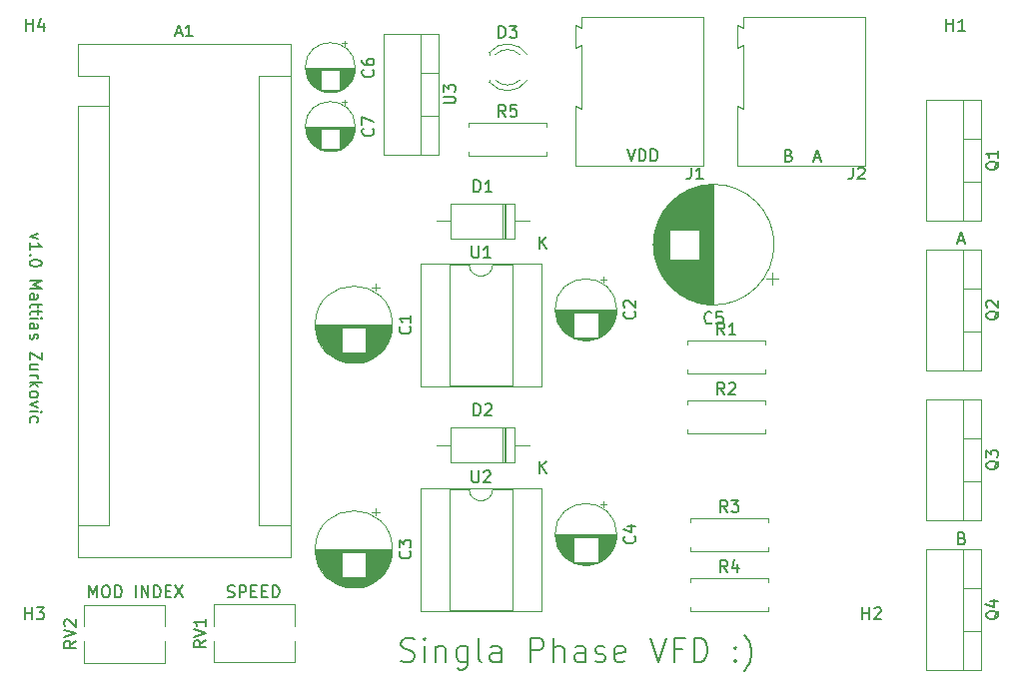
<source format=gbr>
%TF.GenerationSoftware,KiCad,Pcbnew,(5.1.12)-1*%
%TF.CreationDate,2021-12-01T17:34:03-08:00*%
%TF.ProjectId,inverter-stage,696e7665-7274-4657-922d-73746167652e,rev?*%
%TF.SameCoordinates,Original*%
%TF.FileFunction,Legend,Top*%
%TF.FilePolarity,Positive*%
%FSLAX46Y46*%
G04 Gerber Fmt 4.6, Leading zero omitted, Abs format (unit mm)*
G04 Created by KiCad (PCBNEW (5.1.12)-1) date 2021-12-01 17:34:03*
%MOMM*%
%LPD*%
G01*
G04 APERTURE LIST*
%ADD10C,0.150000*%
%ADD11C,0.200000*%
%ADD12C,0.120000*%
G04 APERTURE END LIST*
D10*
X168884952Y-39464571D02*
X169027809Y-39512190D01*
X169075428Y-39559809D01*
X169123047Y-39655047D01*
X169123047Y-39797904D01*
X169075428Y-39893142D01*
X169027809Y-39940761D01*
X168932571Y-39988380D01*
X168551619Y-39988380D01*
X168551619Y-38988380D01*
X168884952Y-38988380D01*
X168980190Y-39036000D01*
X169027809Y-39083619D01*
X169075428Y-39178857D01*
X169075428Y-39274095D01*
X169027809Y-39369333D01*
X168980190Y-39416952D01*
X168884952Y-39464571D01*
X168551619Y-39464571D01*
X171027809Y-39702666D02*
X171504000Y-39702666D01*
X170932571Y-39988380D02*
X171265904Y-38988380D01*
X171599238Y-39988380D01*
X109571428Y-76952380D02*
X109571428Y-75952380D01*
X109904761Y-76666666D01*
X110238095Y-75952380D01*
X110238095Y-76952380D01*
X110904761Y-75952380D02*
X111095238Y-75952380D01*
X111190476Y-76000000D01*
X111285714Y-76095238D01*
X111333333Y-76285714D01*
X111333333Y-76619047D01*
X111285714Y-76809523D01*
X111190476Y-76904761D01*
X111095238Y-76952380D01*
X110904761Y-76952380D01*
X110809523Y-76904761D01*
X110714285Y-76809523D01*
X110666666Y-76619047D01*
X110666666Y-76285714D01*
X110714285Y-76095238D01*
X110809523Y-76000000D01*
X110904761Y-75952380D01*
X111761904Y-76952380D02*
X111761904Y-75952380D01*
X112000000Y-75952380D01*
X112142857Y-76000000D01*
X112238095Y-76095238D01*
X112285714Y-76190476D01*
X112333333Y-76380952D01*
X112333333Y-76523809D01*
X112285714Y-76714285D01*
X112238095Y-76809523D01*
X112142857Y-76904761D01*
X112000000Y-76952380D01*
X111761904Y-76952380D01*
X113523809Y-76952380D02*
X113523809Y-75952380D01*
X114000000Y-76952380D02*
X114000000Y-75952380D01*
X114571428Y-76952380D01*
X114571428Y-75952380D01*
X115047619Y-76952380D02*
X115047619Y-75952380D01*
X115285714Y-75952380D01*
X115428571Y-76000000D01*
X115523809Y-76095238D01*
X115571428Y-76190476D01*
X115619047Y-76380952D01*
X115619047Y-76523809D01*
X115571428Y-76714285D01*
X115523809Y-76809523D01*
X115428571Y-76904761D01*
X115285714Y-76952380D01*
X115047619Y-76952380D01*
X116047619Y-76428571D02*
X116380952Y-76428571D01*
X116523809Y-76952380D02*
X116047619Y-76952380D01*
X116047619Y-75952380D01*
X116523809Y-75952380D01*
X116857142Y-75952380D02*
X117523809Y-76952380D01*
X117523809Y-75952380D02*
X116857142Y-76952380D01*
X121309523Y-76904761D02*
X121452380Y-76952380D01*
X121690476Y-76952380D01*
X121785714Y-76904761D01*
X121833333Y-76857142D01*
X121880952Y-76761904D01*
X121880952Y-76666666D01*
X121833333Y-76571428D01*
X121785714Y-76523809D01*
X121690476Y-76476190D01*
X121500000Y-76428571D01*
X121404761Y-76380952D01*
X121357142Y-76333333D01*
X121309523Y-76238095D01*
X121309523Y-76142857D01*
X121357142Y-76047619D01*
X121404761Y-76000000D01*
X121500000Y-75952380D01*
X121738095Y-75952380D01*
X121880952Y-76000000D01*
X122309523Y-76952380D02*
X122309523Y-75952380D01*
X122690476Y-75952380D01*
X122785714Y-76000000D01*
X122833333Y-76047619D01*
X122880952Y-76142857D01*
X122880952Y-76285714D01*
X122833333Y-76380952D01*
X122785714Y-76428571D01*
X122690476Y-76476190D01*
X122309523Y-76476190D01*
X123309523Y-76428571D02*
X123642857Y-76428571D01*
X123785714Y-76952380D02*
X123309523Y-76952380D01*
X123309523Y-75952380D01*
X123785714Y-75952380D01*
X124214285Y-76428571D02*
X124547619Y-76428571D01*
X124690476Y-76952380D02*
X124214285Y-76952380D01*
X124214285Y-75952380D01*
X124690476Y-75952380D01*
X125119047Y-76952380D02*
X125119047Y-75952380D01*
X125357142Y-75952380D01*
X125500000Y-76000000D01*
X125595238Y-76095238D01*
X125642857Y-76190476D01*
X125690476Y-76380952D01*
X125690476Y-76523809D01*
X125642857Y-76714285D01*
X125595238Y-76809523D01*
X125500000Y-76904761D01*
X125357142Y-76952380D01*
X125119047Y-76952380D01*
X183571428Y-71928571D02*
X183714285Y-71976190D01*
X183761904Y-72023809D01*
X183809523Y-72119047D01*
X183809523Y-72261904D01*
X183761904Y-72357142D01*
X183714285Y-72404761D01*
X183619047Y-72452380D01*
X183238095Y-72452380D01*
X183238095Y-71452380D01*
X183571428Y-71452380D01*
X183666666Y-71500000D01*
X183714285Y-71547619D01*
X183761904Y-71642857D01*
X183761904Y-71738095D01*
X183714285Y-71833333D01*
X183666666Y-71880952D01*
X183571428Y-71928571D01*
X183238095Y-71928571D01*
X183261904Y-46666666D02*
X183738095Y-46666666D01*
X183166666Y-46952380D02*
X183500000Y-45952380D01*
X183833333Y-46952380D01*
X155166666Y-38952380D02*
X155500000Y-39952380D01*
X155833333Y-38952380D01*
X156166666Y-39952380D02*
X156166666Y-38952380D01*
X156404761Y-38952380D01*
X156547619Y-39000000D01*
X156642857Y-39095238D01*
X156690476Y-39190476D01*
X156738095Y-39380952D01*
X156738095Y-39523809D01*
X156690476Y-39714285D01*
X156642857Y-39809523D01*
X156547619Y-39904761D01*
X156404761Y-39952380D01*
X156166666Y-39952380D01*
X157166666Y-39952380D02*
X157166666Y-38952380D01*
X157404761Y-38952380D01*
X157547619Y-39000000D01*
X157642857Y-39095238D01*
X157690476Y-39190476D01*
X157738095Y-39380952D01*
X157738095Y-39523809D01*
X157690476Y-39714285D01*
X157642857Y-39809523D01*
X157547619Y-39904761D01*
X157404761Y-39952380D01*
X157166666Y-39952380D01*
X164337333Y-82214285D02*
X164432571Y-82309523D01*
X164337333Y-82404761D01*
X164242095Y-82309523D01*
X164337333Y-82214285D01*
X164337333Y-82404761D01*
X164337333Y-81166666D02*
X164432571Y-81261904D01*
X164337333Y-81357142D01*
X164242095Y-81261904D01*
X164337333Y-81166666D01*
X164337333Y-81357142D01*
X165099238Y-83166666D02*
X165194476Y-83071428D01*
X165384952Y-82785714D01*
X165480190Y-82595238D01*
X165575428Y-82309523D01*
X165670666Y-81833333D01*
X165670666Y-81452380D01*
X165575428Y-80976190D01*
X165480190Y-80690476D01*
X165384952Y-80500000D01*
X165194476Y-80214285D01*
X165099238Y-80119047D01*
D11*
X136004000Y-82309523D02*
X136289714Y-82404761D01*
X136765904Y-82404761D01*
X136956380Y-82309523D01*
X137051619Y-82214285D01*
X137146857Y-82023809D01*
X137146857Y-81833333D01*
X137051619Y-81642857D01*
X136956380Y-81547619D01*
X136765904Y-81452380D01*
X136384952Y-81357142D01*
X136194476Y-81261904D01*
X136099238Y-81166666D01*
X136004000Y-80976190D01*
X136004000Y-80785714D01*
X136099238Y-80595238D01*
X136194476Y-80500000D01*
X136384952Y-80404761D01*
X136861142Y-80404761D01*
X137146857Y-80500000D01*
X138004000Y-82404761D02*
X138004000Y-81071428D01*
X138004000Y-80404761D02*
X137908761Y-80500000D01*
X138004000Y-80595238D01*
X138099238Y-80500000D01*
X138004000Y-80404761D01*
X138004000Y-80595238D01*
X138956380Y-81071428D02*
X138956380Y-82404761D01*
X138956380Y-81261904D02*
X139051619Y-81166666D01*
X139242095Y-81071428D01*
X139527809Y-81071428D01*
X139718285Y-81166666D01*
X139813523Y-81357142D01*
X139813523Y-82404761D01*
X141623047Y-81071428D02*
X141623047Y-82690476D01*
X141527809Y-82880952D01*
X141432571Y-82976190D01*
X141242095Y-83071428D01*
X140956380Y-83071428D01*
X140765904Y-82976190D01*
X141623047Y-82309523D02*
X141432571Y-82404761D01*
X141051619Y-82404761D01*
X140861142Y-82309523D01*
X140765904Y-82214285D01*
X140670666Y-82023809D01*
X140670666Y-81452380D01*
X140765904Y-81261904D01*
X140861142Y-81166666D01*
X141051619Y-81071428D01*
X141432571Y-81071428D01*
X141623047Y-81166666D01*
X142861142Y-82404761D02*
X142670666Y-82309523D01*
X142575428Y-82119047D01*
X142575428Y-80404761D01*
X144480190Y-82404761D02*
X144480190Y-81357142D01*
X144384952Y-81166666D01*
X144194476Y-81071428D01*
X143813523Y-81071428D01*
X143623047Y-81166666D01*
X144480190Y-82309523D02*
X144289714Y-82404761D01*
X143813523Y-82404761D01*
X143623047Y-82309523D01*
X143527809Y-82119047D01*
X143527809Y-81928571D01*
X143623047Y-81738095D01*
X143813523Y-81642857D01*
X144289714Y-81642857D01*
X144480190Y-81547619D01*
X146956380Y-82404761D02*
X146956380Y-80404761D01*
X147718285Y-80404761D01*
X147908761Y-80500000D01*
X148004000Y-80595238D01*
X148099238Y-80785714D01*
X148099238Y-81071428D01*
X148004000Y-81261904D01*
X147908761Y-81357142D01*
X147718285Y-81452380D01*
X146956380Y-81452380D01*
X148956380Y-82404761D02*
X148956380Y-80404761D01*
X149813523Y-82404761D02*
X149813523Y-81357142D01*
X149718285Y-81166666D01*
X149527809Y-81071428D01*
X149242095Y-81071428D01*
X149051619Y-81166666D01*
X148956380Y-81261904D01*
X151623047Y-82404761D02*
X151623047Y-81357142D01*
X151527809Y-81166666D01*
X151337333Y-81071428D01*
X150956380Y-81071428D01*
X150765904Y-81166666D01*
X151623047Y-82309523D02*
X151432571Y-82404761D01*
X150956380Y-82404761D01*
X150765904Y-82309523D01*
X150670666Y-82119047D01*
X150670666Y-81928571D01*
X150765904Y-81738095D01*
X150956380Y-81642857D01*
X151432571Y-81642857D01*
X151623047Y-81547619D01*
X152480190Y-82309523D02*
X152670666Y-82404761D01*
X153051619Y-82404761D01*
X153242095Y-82309523D01*
X153337333Y-82119047D01*
X153337333Y-82023809D01*
X153242095Y-81833333D01*
X153051619Y-81738095D01*
X152765904Y-81738095D01*
X152575428Y-81642857D01*
X152480190Y-81452380D01*
X152480190Y-81357142D01*
X152575428Y-81166666D01*
X152765904Y-81071428D01*
X153051619Y-81071428D01*
X153242095Y-81166666D01*
X154956380Y-82309523D02*
X154765904Y-82404761D01*
X154384952Y-82404761D01*
X154194476Y-82309523D01*
X154099238Y-82119047D01*
X154099238Y-81357142D01*
X154194476Y-81166666D01*
X154384952Y-81071428D01*
X154765904Y-81071428D01*
X154956380Y-81166666D01*
X155051619Y-81357142D01*
X155051619Y-81547619D01*
X154099238Y-81738095D01*
X157146857Y-80404761D02*
X157813523Y-82404761D01*
X158480190Y-80404761D01*
X159813523Y-81357142D02*
X159146857Y-81357142D01*
X159146857Y-82404761D02*
X159146857Y-80404761D01*
X160099238Y-80404761D01*
X160861142Y-82404761D02*
X160861142Y-80404761D01*
X161337333Y-80404761D01*
X161623047Y-80500000D01*
X161813523Y-80690476D01*
X161908761Y-80880952D01*
X162004000Y-81261904D01*
X162004000Y-81547619D01*
X161908761Y-81928571D01*
X161813523Y-82119047D01*
X161623047Y-82309523D01*
X161337333Y-82404761D01*
X160861142Y-82404761D01*
D10*
X105214285Y-46095238D02*
X104547619Y-46333333D01*
X105214285Y-46571428D01*
X104547619Y-47476190D02*
X104547619Y-46904761D01*
X104547619Y-47190476D02*
X105547619Y-47190476D01*
X105404761Y-47095238D01*
X105309523Y-47000000D01*
X105261904Y-46904761D01*
X104642857Y-47904761D02*
X104595238Y-47952380D01*
X104547619Y-47904761D01*
X104595238Y-47857142D01*
X104642857Y-47904761D01*
X104547619Y-47904761D01*
X105547619Y-48571428D02*
X105547619Y-48666666D01*
X105500000Y-48761904D01*
X105452380Y-48809523D01*
X105357142Y-48857142D01*
X105166666Y-48904761D01*
X104928571Y-48904761D01*
X104738095Y-48857142D01*
X104642857Y-48809523D01*
X104595238Y-48761904D01*
X104547619Y-48666666D01*
X104547619Y-48571428D01*
X104595238Y-48476190D01*
X104642857Y-48428571D01*
X104738095Y-48380952D01*
X104928571Y-48333333D01*
X105166666Y-48333333D01*
X105357142Y-48380952D01*
X105452380Y-48428571D01*
X105500000Y-48476190D01*
X105547619Y-48571428D01*
X104547619Y-50095238D02*
X105547619Y-50095238D01*
X104833333Y-50428571D01*
X105547619Y-50761904D01*
X104547619Y-50761904D01*
X104547619Y-51666666D02*
X105071428Y-51666666D01*
X105166666Y-51619047D01*
X105214285Y-51523809D01*
X105214285Y-51333333D01*
X105166666Y-51238095D01*
X104595238Y-51666666D02*
X104547619Y-51571428D01*
X104547619Y-51333333D01*
X104595238Y-51238095D01*
X104690476Y-51190476D01*
X104785714Y-51190476D01*
X104880952Y-51238095D01*
X104928571Y-51333333D01*
X104928571Y-51571428D01*
X104976190Y-51666666D01*
X105214285Y-52000000D02*
X105214285Y-52380952D01*
X105547619Y-52142857D02*
X104690476Y-52142857D01*
X104595238Y-52190476D01*
X104547619Y-52285714D01*
X104547619Y-52380952D01*
X105214285Y-52571428D02*
X105214285Y-52952380D01*
X105547619Y-52714285D02*
X104690476Y-52714285D01*
X104595238Y-52761904D01*
X104547619Y-52857142D01*
X104547619Y-52952380D01*
X104547619Y-53285714D02*
X105214285Y-53285714D01*
X105547619Y-53285714D02*
X105500000Y-53238095D01*
X105452380Y-53285714D01*
X105500000Y-53333333D01*
X105547619Y-53285714D01*
X105452380Y-53285714D01*
X104547619Y-54190476D02*
X105071428Y-54190476D01*
X105166666Y-54142857D01*
X105214285Y-54047619D01*
X105214285Y-53857142D01*
X105166666Y-53761904D01*
X104595238Y-54190476D02*
X104547619Y-54095238D01*
X104547619Y-53857142D01*
X104595238Y-53761904D01*
X104690476Y-53714285D01*
X104785714Y-53714285D01*
X104880952Y-53761904D01*
X104928571Y-53857142D01*
X104928571Y-54095238D01*
X104976190Y-54190476D01*
X104595238Y-54619047D02*
X104547619Y-54714285D01*
X104547619Y-54904761D01*
X104595238Y-55000000D01*
X104690476Y-55047619D01*
X104738095Y-55047619D01*
X104833333Y-55000000D01*
X104880952Y-54904761D01*
X104880952Y-54761904D01*
X104928571Y-54666666D01*
X105023809Y-54619047D01*
X105071428Y-54619047D01*
X105166666Y-54666666D01*
X105214285Y-54761904D01*
X105214285Y-54904761D01*
X105166666Y-55000000D01*
X105547619Y-56142857D02*
X105547619Y-56809523D01*
X104547619Y-56142857D01*
X104547619Y-56809523D01*
X105214285Y-57619047D02*
X104547619Y-57619047D01*
X105214285Y-57190476D02*
X104690476Y-57190476D01*
X104595238Y-57238095D01*
X104547619Y-57333333D01*
X104547619Y-57476190D01*
X104595238Y-57571428D01*
X104642857Y-57619047D01*
X104547619Y-58095238D02*
X105214285Y-58095238D01*
X105023809Y-58095238D02*
X105119047Y-58142857D01*
X105166666Y-58190476D01*
X105214285Y-58285714D01*
X105214285Y-58380952D01*
X104547619Y-58714285D02*
X105547619Y-58714285D01*
X104928571Y-58809523D02*
X104547619Y-59095238D01*
X105214285Y-59095238D02*
X104833333Y-58714285D01*
X104547619Y-59666666D02*
X104595238Y-59571428D01*
X104642857Y-59523809D01*
X104738095Y-59476190D01*
X105023809Y-59476190D01*
X105119047Y-59523809D01*
X105166666Y-59571428D01*
X105214285Y-59666666D01*
X105214285Y-59809523D01*
X105166666Y-59904761D01*
X105119047Y-59952380D01*
X105023809Y-60000000D01*
X104738095Y-60000000D01*
X104642857Y-59952380D01*
X104595238Y-59904761D01*
X104547619Y-59809523D01*
X104547619Y-59666666D01*
X105214285Y-60333333D02*
X104547619Y-60571428D01*
X105214285Y-60809523D01*
X104547619Y-61190476D02*
X105214285Y-61190476D01*
X105547619Y-61190476D02*
X105500000Y-61142857D01*
X105452380Y-61190476D01*
X105500000Y-61238095D01*
X105547619Y-61190476D01*
X105452380Y-61190476D01*
X104595238Y-62095238D02*
X104547619Y-62000000D01*
X104547619Y-61809523D01*
X104595238Y-61714285D01*
X104642857Y-61666666D01*
X104738095Y-61619047D01*
X105023809Y-61619047D01*
X105119047Y-61666666D01*
X105166666Y-61714285D01*
X105214285Y-61809523D01*
X105214285Y-62000000D01*
X105166666Y-62095238D01*
D12*
%TO.C,A1*%
X111270000Y-35270000D02*
X111270000Y-32730000D01*
X111270000Y-32730000D02*
X108600000Y-32730000D01*
X108600000Y-35270000D02*
X108600000Y-73500000D01*
X108600000Y-30060000D02*
X108600000Y-32730000D01*
X123970000Y-32730000D02*
X126640000Y-32730000D01*
X123970000Y-32730000D02*
X123970000Y-70830000D01*
X123970000Y-70830000D02*
X126640000Y-70830000D01*
X111270000Y-35270000D02*
X108600000Y-35270000D01*
X111270000Y-35270000D02*
X111270000Y-70830000D01*
X111270000Y-70830000D02*
X108600000Y-70830000D01*
X108600000Y-73500000D02*
X126640000Y-73500000D01*
X126640000Y-73500000D02*
X126640000Y-30060000D01*
X126640000Y-30060000D02*
X108600000Y-30060000D01*
%TO.C,U2*%
X141780000Y-67758000D02*
X140130000Y-67758000D01*
X140130000Y-67758000D02*
X140130000Y-78038000D01*
X140130000Y-78038000D02*
X145430000Y-78038000D01*
X145430000Y-78038000D02*
X145430000Y-67758000D01*
X145430000Y-67758000D02*
X143780000Y-67758000D01*
X137640000Y-67698000D02*
X137640000Y-78098000D01*
X137640000Y-78098000D02*
X147920000Y-78098000D01*
X147920000Y-78098000D02*
X147920000Y-67698000D01*
X147920000Y-67698000D02*
X137640000Y-67698000D01*
X143780000Y-67758000D02*
G75*
G02*
X141780000Y-67758000I-1000000J0D01*
G01*
%TO.C,U1*%
X141780000Y-48708000D02*
X140130000Y-48708000D01*
X140130000Y-48708000D02*
X140130000Y-58988000D01*
X140130000Y-58988000D02*
X145430000Y-58988000D01*
X145430000Y-58988000D02*
X145430000Y-48708000D01*
X145430000Y-48708000D02*
X143780000Y-48708000D01*
X137640000Y-48648000D02*
X137640000Y-59048000D01*
X137640000Y-59048000D02*
X147920000Y-59048000D01*
X147920000Y-59048000D02*
X147920000Y-48648000D01*
X147920000Y-48648000D02*
X137640000Y-48648000D01*
X143780000Y-48708000D02*
G75*
G02*
X141780000Y-48708000I-1000000J0D01*
G01*
%TO.C,Q4*%
X185134000Y-72858000D02*
X185134000Y-83098000D01*
X180493000Y-72858000D02*
X180493000Y-83098000D01*
X185134000Y-72858000D02*
X180493000Y-72858000D01*
X185134000Y-83098000D02*
X180493000Y-83098000D01*
X183624000Y-72858000D02*
X183624000Y-83098000D01*
X185134000Y-76128000D02*
X183624000Y-76128000D01*
X185134000Y-79829000D02*
X183624000Y-79829000D01*
%TO.C,Q3*%
X185134000Y-60158000D02*
X185134000Y-70398000D01*
X180493000Y-60158000D02*
X180493000Y-70398000D01*
X185134000Y-60158000D02*
X180493000Y-60158000D01*
X185134000Y-70398000D02*
X180493000Y-70398000D01*
X183624000Y-60158000D02*
X183624000Y-70398000D01*
X185134000Y-63428000D02*
X183624000Y-63428000D01*
X185134000Y-67129000D02*
X183624000Y-67129000D01*
%TO.C,Q2*%
X185134000Y-47458000D02*
X185134000Y-57698000D01*
X180493000Y-47458000D02*
X180493000Y-57698000D01*
X185134000Y-47458000D02*
X180493000Y-47458000D01*
X185134000Y-57698000D02*
X180493000Y-57698000D01*
X183624000Y-47458000D02*
X183624000Y-57698000D01*
X185134000Y-50728000D02*
X183624000Y-50728000D01*
X185134000Y-54429000D02*
X183624000Y-54429000D01*
%TO.C,Q1*%
X185134000Y-34758000D02*
X185134000Y-44998000D01*
X180493000Y-34758000D02*
X180493000Y-44998000D01*
X185134000Y-34758000D02*
X180493000Y-34758000D01*
X185134000Y-44998000D02*
X180493000Y-44998000D01*
X183624000Y-34758000D02*
X183624000Y-44998000D01*
X185134000Y-38028000D02*
X183624000Y-38028000D01*
X185134000Y-41729000D02*
X183624000Y-41729000D01*
%TO.C,J2*%
X175370000Y-40336000D02*
X175370000Y-27736000D01*
X175370000Y-27736000D02*
X165020000Y-27736000D01*
X165020000Y-27736000D02*
X165020000Y-28686000D01*
X165020000Y-28686000D02*
X164520000Y-28436000D01*
X164520000Y-28436000D02*
X164520000Y-30336000D01*
X164520000Y-30336000D02*
X164520000Y-30386000D01*
X164520000Y-30386000D02*
X165020000Y-30136000D01*
X165020000Y-30136000D02*
X165020000Y-35536000D01*
X165020000Y-35536000D02*
X164520000Y-35236000D01*
X164520000Y-35236000D02*
X164520000Y-40336000D01*
X164520000Y-40336000D02*
X175370000Y-40336000D01*
%TO.C,C4*%
X154290000Y-71608000D02*
G75*
G03*
X154290000Y-71608000I-2620000J0D01*
G01*
X154250000Y-71608000D02*
X149090000Y-71608000D01*
X154250000Y-71648000D02*
X149090000Y-71648000D01*
X154249000Y-71688000D02*
X149091000Y-71688000D01*
X154248000Y-71728000D02*
X149092000Y-71728000D01*
X154246000Y-71768000D02*
X149094000Y-71768000D01*
X154243000Y-71808000D02*
X149097000Y-71808000D01*
X154239000Y-71848000D02*
X152710000Y-71848000D01*
X150630000Y-71848000D02*
X149101000Y-71848000D01*
X154235000Y-71888000D02*
X152710000Y-71888000D01*
X150630000Y-71888000D02*
X149105000Y-71888000D01*
X154231000Y-71928000D02*
X152710000Y-71928000D01*
X150630000Y-71928000D02*
X149109000Y-71928000D01*
X154226000Y-71968000D02*
X152710000Y-71968000D01*
X150630000Y-71968000D02*
X149114000Y-71968000D01*
X154220000Y-72008000D02*
X152710000Y-72008000D01*
X150630000Y-72008000D02*
X149120000Y-72008000D01*
X154213000Y-72048000D02*
X152710000Y-72048000D01*
X150630000Y-72048000D02*
X149127000Y-72048000D01*
X154206000Y-72088000D02*
X152710000Y-72088000D01*
X150630000Y-72088000D02*
X149134000Y-72088000D01*
X154198000Y-72128000D02*
X152710000Y-72128000D01*
X150630000Y-72128000D02*
X149142000Y-72128000D01*
X154190000Y-72168000D02*
X152710000Y-72168000D01*
X150630000Y-72168000D02*
X149150000Y-72168000D01*
X154181000Y-72208000D02*
X152710000Y-72208000D01*
X150630000Y-72208000D02*
X149159000Y-72208000D01*
X154171000Y-72248000D02*
X152710000Y-72248000D01*
X150630000Y-72248000D02*
X149169000Y-72248000D01*
X154161000Y-72288000D02*
X152710000Y-72288000D01*
X150630000Y-72288000D02*
X149179000Y-72288000D01*
X154150000Y-72329000D02*
X152710000Y-72329000D01*
X150630000Y-72329000D02*
X149190000Y-72329000D01*
X154138000Y-72369000D02*
X152710000Y-72369000D01*
X150630000Y-72369000D02*
X149202000Y-72369000D01*
X154125000Y-72409000D02*
X152710000Y-72409000D01*
X150630000Y-72409000D02*
X149215000Y-72409000D01*
X154112000Y-72449000D02*
X152710000Y-72449000D01*
X150630000Y-72449000D02*
X149228000Y-72449000D01*
X154098000Y-72489000D02*
X152710000Y-72489000D01*
X150630000Y-72489000D02*
X149242000Y-72489000D01*
X154084000Y-72529000D02*
X152710000Y-72529000D01*
X150630000Y-72529000D02*
X149256000Y-72529000D01*
X154068000Y-72569000D02*
X152710000Y-72569000D01*
X150630000Y-72569000D02*
X149272000Y-72569000D01*
X154052000Y-72609000D02*
X152710000Y-72609000D01*
X150630000Y-72609000D02*
X149288000Y-72609000D01*
X154035000Y-72649000D02*
X152710000Y-72649000D01*
X150630000Y-72649000D02*
X149305000Y-72649000D01*
X154018000Y-72689000D02*
X152710000Y-72689000D01*
X150630000Y-72689000D02*
X149322000Y-72689000D01*
X153999000Y-72729000D02*
X152710000Y-72729000D01*
X150630000Y-72729000D02*
X149341000Y-72729000D01*
X153980000Y-72769000D02*
X152710000Y-72769000D01*
X150630000Y-72769000D02*
X149360000Y-72769000D01*
X153960000Y-72809000D02*
X152710000Y-72809000D01*
X150630000Y-72809000D02*
X149380000Y-72809000D01*
X153938000Y-72849000D02*
X152710000Y-72849000D01*
X150630000Y-72849000D02*
X149402000Y-72849000D01*
X153917000Y-72889000D02*
X152710000Y-72889000D01*
X150630000Y-72889000D02*
X149423000Y-72889000D01*
X153894000Y-72929000D02*
X152710000Y-72929000D01*
X150630000Y-72929000D02*
X149446000Y-72929000D01*
X153870000Y-72969000D02*
X152710000Y-72969000D01*
X150630000Y-72969000D02*
X149470000Y-72969000D01*
X153845000Y-73009000D02*
X152710000Y-73009000D01*
X150630000Y-73009000D02*
X149495000Y-73009000D01*
X153819000Y-73049000D02*
X152710000Y-73049000D01*
X150630000Y-73049000D02*
X149521000Y-73049000D01*
X153792000Y-73089000D02*
X152710000Y-73089000D01*
X150630000Y-73089000D02*
X149548000Y-73089000D01*
X153765000Y-73129000D02*
X152710000Y-73129000D01*
X150630000Y-73129000D02*
X149575000Y-73129000D01*
X153735000Y-73169000D02*
X152710000Y-73169000D01*
X150630000Y-73169000D02*
X149605000Y-73169000D01*
X153705000Y-73209000D02*
X152710000Y-73209000D01*
X150630000Y-73209000D02*
X149635000Y-73209000D01*
X153674000Y-73249000D02*
X152710000Y-73249000D01*
X150630000Y-73249000D02*
X149666000Y-73249000D01*
X153641000Y-73289000D02*
X152710000Y-73289000D01*
X150630000Y-73289000D02*
X149699000Y-73289000D01*
X153607000Y-73329000D02*
X152710000Y-73329000D01*
X150630000Y-73329000D02*
X149733000Y-73329000D01*
X153571000Y-73369000D02*
X152710000Y-73369000D01*
X150630000Y-73369000D02*
X149769000Y-73369000D01*
X153534000Y-73409000D02*
X152710000Y-73409000D01*
X150630000Y-73409000D02*
X149806000Y-73409000D01*
X153496000Y-73449000D02*
X152710000Y-73449000D01*
X150630000Y-73449000D02*
X149844000Y-73449000D01*
X153455000Y-73489000D02*
X152710000Y-73489000D01*
X150630000Y-73489000D02*
X149885000Y-73489000D01*
X153413000Y-73529000D02*
X152710000Y-73529000D01*
X150630000Y-73529000D02*
X149927000Y-73529000D01*
X153369000Y-73569000D02*
X152710000Y-73569000D01*
X150630000Y-73569000D02*
X149971000Y-73569000D01*
X153323000Y-73609000D02*
X152710000Y-73609000D01*
X150630000Y-73609000D02*
X150017000Y-73609000D01*
X153275000Y-73649000D02*
X152710000Y-73649000D01*
X150630000Y-73649000D02*
X150065000Y-73649000D01*
X153224000Y-73689000D02*
X152710000Y-73689000D01*
X150630000Y-73689000D02*
X150116000Y-73689000D01*
X153170000Y-73729000D02*
X152710000Y-73729000D01*
X150630000Y-73729000D02*
X150170000Y-73729000D01*
X153113000Y-73769000D02*
X152710000Y-73769000D01*
X150630000Y-73769000D02*
X150227000Y-73769000D01*
X153053000Y-73809000D02*
X152710000Y-73809000D01*
X150630000Y-73809000D02*
X150287000Y-73809000D01*
X152989000Y-73849000D02*
X152710000Y-73849000D01*
X150630000Y-73849000D02*
X150351000Y-73849000D01*
X152921000Y-73889000D02*
X152710000Y-73889000D01*
X150630000Y-73889000D02*
X150419000Y-73889000D01*
X152848000Y-73929000D02*
X150492000Y-73929000D01*
X152768000Y-73969000D02*
X150572000Y-73969000D01*
X152681000Y-74009000D02*
X150659000Y-74009000D01*
X152585000Y-74049000D02*
X150755000Y-74049000D01*
X152475000Y-74089000D02*
X150865000Y-74089000D01*
X152347000Y-74129000D02*
X150993000Y-74129000D01*
X152188000Y-74169000D02*
X151152000Y-74169000D01*
X151954000Y-74209000D02*
X151386000Y-74209000D01*
X153145000Y-68803225D02*
X153145000Y-69303225D01*
X153395000Y-69053225D02*
X152895000Y-69053225D01*
%TO.C,C3*%
X135270000Y-72878000D02*
G75*
G03*
X135270000Y-72878000I-3270000J0D01*
G01*
X135230000Y-72878000D02*
X128770000Y-72878000D01*
X135230000Y-72918000D02*
X128770000Y-72918000D01*
X135230000Y-72958000D02*
X128770000Y-72958000D01*
X135228000Y-72998000D02*
X128772000Y-72998000D01*
X135227000Y-73038000D02*
X128773000Y-73038000D01*
X135224000Y-73078000D02*
X128776000Y-73078000D01*
X135222000Y-73118000D02*
X133040000Y-73118000D01*
X130960000Y-73118000D02*
X128778000Y-73118000D01*
X135218000Y-73158000D02*
X133040000Y-73158000D01*
X130960000Y-73158000D02*
X128782000Y-73158000D01*
X135215000Y-73198000D02*
X133040000Y-73198000D01*
X130960000Y-73198000D02*
X128785000Y-73198000D01*
X135211000Y-73238000D02*
X133040000Y-73238000D01*
X130960000Y-73238000D02*
X128789000Y-73238000D01*
X135206000Y-73278000D02*
X133040000Y-73278000D01*
X130960000Y-73278000D02*
X128794000Y-73278000D01*
X135201000Y-73318000D02*
X133040000Y-73318000D01*
X130960000Y-73318000D02*
X128799000Y-73318000D01*
X135195000Y-73358000D02*
X133040000Y-73358000D01*
X130960000Y-73358000D02*
X128805000Y-73358000D01*
X135189000Y-73398000D02*
X133040000Y-73398000D01*
X130960000Y-73398000D02*
X128811000Y-73398000D01*
X135182000Y-73438000D02*
X133040000Y-73438000D01*
X130960000Y-73438000D02*
X128818000Y-73438000D01*
X135175000Y-73478000D02*
X133040000Y-73478000D01*
X130960000Y-73478000D02*
X128825000Y-73478000D01*
X135167000Y-73518000D02*
X133040000Y-73518000D01*
X130960000Y-73518000D02*
X128833000Y-73518000D01*
X135159000Y-73558000D02*
X133040000Y-73558000D01*
X130960000Y-73558000D02*
X128841000Y-73558000D01*
X135150000Y-73599000D02*
X133040000Y-73599000D01*
X130960000Y-73599000D02*
X128850000Y-73599000D01*
X135141000Y-73639000D02*
X133040000Y-73639000D01*
X130960000Y-73639000D02*
X128859000Y-73639000D01*
X135131000Y-73679000D02*
X133040000Y-73679000D01*
X130960000Y-73679000D02*
X128869000Y-73679000D01*
X135121000Y-73719000D02*
X133040000Y-73719000D01*
X130960000Y-73719000D02*
X128879000Y-73719000D01*
X135110000Y-73759000D02*
X133040000Y-73759000D01*
X130960000Y-73759000D02*
X128890000Y-73759000D01*
X135098000Y-73799000D02*
X133040000Y-73799000D01*
X130960000Y-73799000D02*
X128902000Y-73799000D01*
X135086000Y-73839000D02*
X133040000Y-73839000D01*
X130960000Y-73839000D02*
X128914000Y-73839000D01*
X135074000Y-73879000D02*
X133040000Y-73879000D01*
X130960000Y-73879000D02*
X128926000Y-73879000D01*
X135061000Y-73919000D02*
X133040000Y-73919000D01*
X130960000Y-73919000D02*
X128939000Y-73919000D01*
X135047000Y-73959000D02*
X133040000Y-73959000D01*
X130960000Y-73959000D02*
X128953000Y-73959000D01*
X135033000Y-73999000D02*
X133040000Y-73999000D01*
X130960000Y-73999000D02*
X128967000Y-73999000D01*
X135018000Y-74039000D02*
X133040000Y-74039000D01*
X130960000Y-74039000D02*
X128982000Y-74039000D01*
X135002000Y-74079000D02*
X133040000Y-74079000D01*
X130960000Y-74079000D02*
X128998000Y-74079000D01*
X134986000Y-74119000D02*
X133040000Y-74119000D01*
X130960000Y-74119000D02*
X129014000Y-74119000D01*
X134970000Y-74159000D02*
X133040000Y-74159000D01*
X130960000Y-74159000D02*
X129030000Y-74159000D01*
X134952000Y-74199000D02*
X133040000Y-74199000D01*
X130960000Y-74199000D02*
X129048000Y-74199000D01*
X134934000Y-74239000D02*
X133040000Y-74239000D01*
X130960000Y-74239000D02*
X129066000Y-74239000D01*
X134916000Y-74279000D02*
X133040000Y-74279000D01*
X130960000Y-74279000D02*
X129084000Y-74279000D01*
X134896000Y-74319000D02*
X133040000Y-74319000D01*
X130960000Y-74319000D02*
X129104000Y-74319000D01*
X134876000Y-74359000D02*
X133040000Y-74359000D01*
X130960000Y-74359000D02*
X129124000Y-74359000D01*
X134856000Y-74399000D02*
X133040000Y-74399000D01*
X130960000Y-74399000D02*
X129144000Y-74399000D01*
X134834000Y-74439000D02*
X133040000Y-74439000D01*
X130960000Y-74439000D02*
X129166000Y-74439000D01*
X134812000Y-74479000D02*
X133040000Y-74479000D01*
X130960000Y-74479000D02*
X129188000Y-74479000D01*
X134790000Y-74519000D02*
X133040000Y-74519000D01*
X130960000Y-74519000D02*
X129210000Y-74519000D01*
X134766000Y-74559000D02*
X133040000Y-74559000D01*
X130960000Y-74559000D02*
X129234000Y-74559000D01*
X134742000Y-74599000D02*
X133040000Y-74599000D01*
X130960000Y-74599000D02*
X129258000Y-74599000D01*
X134716000Y-74639000D02*
X133040000Y-74639000D01*
X130960000Y-74639000D02*
X129284000Y-74639000D01*
X134690000Y-74679000D02*
X133040000Y-74679000D01*
X130960000Y-74679000D02*
X129310000Y-74679000D01*
X134664000Y-74719000D02*
X133040000Y-74719000D01*
X130960000Y-74719000D02*
X129336000Y-74719000D01*
X134636000Y-74759000D02*
X133040000Y-74759000D01*
X130960000Y-74759000D02*
X129364000Y-74759000D01*
X134607000Y-74799000D02*
X133040000Y-74799000D01*
X130960000Y-74799000D02*
X129393000Y-74799000D01*
X134578000Y-74839000D02*
X133040000Y-74839000D01*
X130960000Y-74839000D02*
X129422000Y-74839000D01*
X134548000Y-74879000D02*
X133040000Y-74879000D01*
X130960000Y-74879000D02*
X129452000Y-74879000D01*
X134516000Y-74919000D02*
X133040000Y-74919000D01*
X130960000Y-74919000D02*
X129484000Y-74919000D01*
X134484000Y-74959000D02*
X133040000Y-74959000D01*
X130960000Y-74959000D02*
X129516000Y-74959000D01*
X134450000Y-74999000D02*
X133040000Y-74999000D01*
X130960000Y-74999000D02*
X129550000Y-74999000D01*
X134416000Y-75039000D02*
X133040000Y-75039000D01*
X130960000Y-75039000D02*
X129584000Y-75039000D01*
X134380000Y-75079000D02*
X133040000Y-75079000D01*
X130960000Y-75079000D02*
X129620000Y-75079000D01*
X134343000Y-75119000D02*
X133040000Y-75119000D01*
X130960000Y-75119000D02*
X129657000Y-75119000D01*
X134305000Y-75159000D02*
X133040000Y-75159000D01*
X130960000Y-75159000D02*
X129695000Y-75159000D01*
X134265000Y-75199000D02*
X129735000Y-75199000D01*
X134224000Y-75239000D02*
X129776000Y-75239000D01*
X134182000Y-75279000D02*
X129818000Y-75279000D01*
X134137000Y-75319000D02*
X129863000Y-75319000D01*
X134092000Y-75359000D02*
X129908000Y-75359000D01*
X134044000Y-75399000D02*
X129956000Y-75399000D01*
X133995000Y-75439000D02*
X130005000Y-75439000D01*
X133944000Y-75479000D02*
X130056000Y-75479000D01*
X133890000Y-75519000D02*
X130110000Y-75519000D01*
X133834000Y-75559000D02*
X130166000Y-75559000D01*
X133776000Y-75599000D02*
X130224000Y-75599000D01*
X133714000Y-75639000D02*
X130286000Y-75639000D01*
X133650000Y-75679000D02*
X130350000Y-75679000D01*
X133581000Y-75719000D02*
X130419000Y-75719000D01*
X133509000Y-75759000D02*
X130491000Y-75759000D01*
X133432000Y-75799000D02*
X130568000Y-75799000D01*
X133350000Y-75839000D02*
X130650000Y-75839000D01*
X133262000Y-75879000D02*
X130738000Y-75879000D01*
X133165000Y-75919000D02*
X130835000Y-75919000D01*
X133059000Y-75959000D02*
X130941000Y-75959000D01*
X132940000Y-75999000D02*
X131060000Y-75999000D01*
X132802000Y-76039000D02*
X131198000Y-76039000D01*
X132633000Y-76079000D02*
X131367000Y-76079000D01*
X132402000Y-76119000D02*
X131598000Y-76119000D01*
X133839000Y-69377759D02*
X133839000Y-70007759D01*
X134154000Y-69692759D02*
X133524000Y-69692759D01*
%TO.C,C2*%
X154290000Y-52558000D02*
G75*
G03*
X154290000Y-52558000I-2620000J0D01*
G01*
X154250000Y-52558000D02*
X149090000Y-52558000D01*
X154250000Y-52598000D02*
X149090000Y-52598000D01*
X154249000Y-52638000D02*
X149091000Y-52638000D01*
X154248000Y-52678000D02*
X149092000Y-52678000D01*
X154246000Y-52718000D02*
X149094000Y-52718000D01*
X154243000Y-52758000D02*
X149097000Y-52758000D01*
X154239000Y-52798000D02*
X152710000Y-52798000D01*
X150630000Y-52798000D02*
X149101000Y-52798000D01*
X154235000Y-52838000D02*
X152710000Y-52838000D01*
X150630000Y-52838000D02*
X149105000Y-52838000D01*
X154231000Y-52878000D02*
X152710000Y-52878000D01*
X150630000Y-52878000D02*
X149109000Y-52878000D01*
X154226000Y-52918000D02*
X152710000Y-52918000D01*
X150630000Y-52918000D02*
X149114000Y-52918000D01*
X154220000Y-52958000D02*
X152710000Y-52958000D01*
X150630000Y-52958000D02*
X149120000Y-52958000D01*
X154213000Y-52998000D02*
X152710000Y-52998000D01*
X150630000Y-52998000D02*
X149127000Y-52998000D01*
X154206000Y-53038000D02*
X152710000Y-53038000D01*
X150630000Y-53038000D02*
X149134000Y-53038000D01*
X154198000Y-53078000D02*
X152710000Y-53078000D01*
X150630000Y-53078000D02*
X149142000Y-53078000D01*
X154190000Y-53118000D02*
X152710000Y-53118000D01*
X150630000Y-53118000D02*
X149150000Y-53118000D01*
X154181000Y-53158000D02*
X152710000Y-53158000D01*
X150630000Y-53158000D02*
X149159000Y-53158000D01*
X154171000Y-53198000D02*
X152710000Y-53198000D01*
X150630000Y-53198000D02*
X149169000Y-53198000D01*
X154161000Y-53238000D02*
X152710000Y-53238000D01*
X150630000Y-53238000D02*
X149179000Y-53238000D01*
X154150000Y-53279000D02*
X152710000Y-53279000D01*
X150630000Y-53279000D02*
X149190000Y-53279000D01*
X154138000Y-53319000D02*
X152710000Y-53319000D01*
X150630000Y-53319000D02*
X149202000Y-53319000D01*
X154125000Y-53359000D02*
X152710000Y-53359000D01*
X150630000Y-53359000D02*
X149215000Y-53359000D01*
X154112000Y-53399000D02*
X152710000Y-53399000D01*
X150630000Y-53399000D02*
X149228000Y-53399000D01*
X154098000Y-53439000D02*
X152710000Y-53439000D01*
X150630000Y-53439000D02*
X149242000Y-53439000D01*
X154084000Y-53479000D02*
X152710000Y-53479000D01*
X150630000Y-53479000D02*
X149256000Y-53479000D01*
X154068000Y-53519000D02*
X152710000Y-53519000D01*
X150630000Y-53519000D02*
X149272000Y-53519000D01*
X154052000Y-53559000D02*
X152710000Y-53559000D01*
X150630000Y-53559000D02*
X149288000Y-53559000D01*
X154035000Y-53599000D02*
X152710000Y-53599000D01*
X150630000Y-53599000D02*
X149305000Y-53599000D01*
X154018000Y-53639000D02*
X152710000Y-53639000D01*
X150630000Y-53639000D02*
X149322000Y-53639000D01*
X153999000Y-53679000D02*
X152710000Y-53679000D01*
X150630000Y-53679000D02*
X149341000Y-53679000D01*
X153980000Y-53719000D02*
X152710000Y-53719000D01*
X150630000Y-53719000D02*
X149360000Y-53719000D01*
X153960000Y-53759000D02*
X152710000Y-53759000D01*
X150630000Y-53759000D02*
X149380000Y-53759000D01*
X153938000Y-53799000D02*
X152710000Y-53799000D01*
X150630000Y-53799000D02*
X149402000Y-53799000D01*
X153917000Y-53839000D02*
X152710000Y-53839000D01*
X150630000Y-53839000D02*
X149423000Y-53839000D01*
X153894000Y-53879000D02*
X152710000Y-53879000D01*
X150630000Y-53879000D02*
X149446000Y-53879000D01*
X153870000Y-53919000D02*
X152710000Y-53919000D01*
X150630000Y-53919000D02*
X149470000Y-53919000D01*
X153845000Y-53959000D02*
X152710000Y-53959000D01*
X150630000Y-53959000D02*
X149495000Y-53959000D01*
X153819000Y-53999000D02*
X152710000Y-53999000D01*
X150630000Y-53999000D02*
X149521000Y-53999000D01*
X153792000Y-54039000D02*
X152710000Y-54039000D01*
X150630000Y-54039000D02*
X149548000Y-54039000D01*
X153765000Y-54079000D02*
X152710000Y-54079000D01*
X150630000Y-54079000D02*
X149575000Y-54079000D01*
X153735000Y-54119000D02*
X152710000Y-54119000D01*
X150630000Y-54119000D02*
X149605000Y-54119000D01*
X153705000Y-54159000D02*
X152710000Y-54159000D01*
X150630000Y-54159000D02*
X149635000Y-54159000D01*
X153674000Y-54199000D02*
X152710000Y-54199000D01*
X150630000Y-54199000D02*
X149666000Y-54199000D01*
X153641000Y-54239000D02*
X152710000Y-54239000D01*
X150630000Y-54239000D02*
X149699000Y-54239000D01*
X153607000Y-54279000D02*
X152710000Y-54279000D01*
X150630000Y-54279000D02*
X149733000Y-54279000D01*
X153571000Y-54319000D02*
X152710000Y-54319000D01*
X150630000Y-54319000D02*
X149769000Y-54319000D01*
X153534000Y-54359000D02*
X152710000Y-54359000D01*
X150630000Y-54359000D02*
X149806000Y-54359000D01*
X153496000Y-54399000D02*
X152710000Y-54399000D01*
X150630000Y-54399000D02*
X149844000Y-54399000D01*
X153455000Y-54439000D02*
X152710000Y-54439000D01*
X150630000Y-54439000D02*
X149885000Y-54439000D01*
X153413000Y-54479000D02*
X152710000Y-54479000D01*
X150630000Y-54479000D02*
X149927000Y-54479000D01*
X153369000Y-54519000D02*
X152710000Y-54519000D01*
X150630000Y-54519000D02*
X149971000Y-54519000D01*
X153323000Y-54559000D02*
X152710000Y-54559000D01*
X150630000Y-54559000D02*
X150017000Y-54559000D01*
X153275000Y-54599000D02*
X152710000Y-54599000D01*
X150630000Y-54599000D02*
X150065000Y-54599000D01*
X153224000Y-54639000D02*
X152710000Y-54639000D01*
X150630000Y-54639000D02*
X150116000Y-54639000D01*
X153170000Y-54679000D02*
X152710000Y-54679000D01*
X150630000Y-54679000D02*
X150170000Y-54679000D01*
X153113000Y-54719000D02*
X152710000Y-54719000D01*
X150630000Y-54719000D02*
X150227000Y-54719000D01*
X153053000Y-54759000D02*
X152710000Y-54759000D01*
X150630000Y-54759000D02*
X150287000Y-54759000D01*
X152989000Y-54799000D02*
X152710000Y-54799000D01*
X150630000Y-54799000D02*
X150351000Y-54799000D01*
X152921000Y-54839000D02*
X152710000Y-54839000D01*
X150630000Y-54839000D02*
X150419000Y-54839000D01*
X152848000Y-54879000D02*
X150492000Y-54879000D01*
X152768000Y-54919000D02*
X150572000Y-54919000D01*
X152681000Y-54959000D02*
X150659000Y-54959000D01*
X152585000Y-54999000D02*
X150755000Y-54999000D01*
X152475000Y-55039000D02*
X150865000Y-55039000D01*
X152347000Y-55079000D02*
X150993000Y-55079000D01*
X152188000Y-55119000D02*
X151152000Y-55119000D01*
X151954000Y-55159000D02*
X151386000Y-55159000D01*
X153145000Y-49753225D02*
X153145000Y-50253225D01*
X153395000Y-50003225D02*
X152895000Y-50003225D01*
%TO.C,C1*%
X135270000Y-53828000D02*
G75*
G03*
X135270000Y-53828000I-3270000J0D01*
G01*
X135230000Y-53828000D02*
X128770000Y-53828000D01*
X135230000Y-53868000D02*
X128770000Y-53868000D01*
X135230000Y-53908000D02*
X128770000Y-53908000D01*
X135228000Y-53948000D02*
X128772000Y-53948000D01*
X135227000Y-53988000D02*
X128773000Y-53988000D01*
X135224000Y-54028000D02*
X128776000Y-54028000D01*
X135222000Y-54068000D02*
X133040000Y-54068000D01*
X130960000Y-54068000D02*
X128778000Y-54068000D01*
X135218000Y-54108000D02*
X133040000Y-54108000D01*
X130960000Y-54108000D02*
X128782000Y-54108000D01*
X135215000Y-54148000D02*
X133040000Y-54148000D01*
X130960000Y-54148000D02*
X128785000Y-54148000D01*
X135211000Y-54188000D02*
X133040000Y-54188000D01*
X130960000Y-54188000D02*
X128789000Y-54188000D01*
X135206000Y-54228000D02*
X133040000Y-54228000D01*
X130960000Y-54228000D02*
X128794000Y-54228000D01*
X135201000Y-54268000D02*
X133040000Y-54268000D01*
X130960000Y-54268000D02*
X128799000Y-54268000D01*
X135195000Y-54308000D02*
X133040000Y-54308000D01*
X130960000Y-54308000D02*
X128805000Y-54308000D01*
X135189000Y-54348000D02*
X133040000Y-54348000D01*
X130960000Y-54348000D02*
X128811000Y-54348000D01*
X135182000Y-54388000D02*
X133040000Y-54388000D01*
X130960000Y-54388000D02*
X128818000Y-54388000D01*
X135175000Y-54428000D02*
X133040000Y-54428000D01*
X130960000Y-54428000D02*
X128825000Y-54428000D01*
X135167000Y-54468000D02*
X133040000Y-54468000D01*
X130960000Y-54468000D02*
X128833000Y-54468000D01*
X135159000Y-54508000D02*
X133040000Y-54508000D01*
X130960000Y-54508000D02*
X128841000Y-54508000D01*
X135150000Y-54549000D02*
X133040000Y-54549000D01*
X130960000Y-54549000D02*
X128850000Y-54549000D01*
X135141000Y-54589000D02*
X133040000Y-54589000D01*
X130960000Y-54589000D02*
X128859000Y-54589000D01*
X135131000Y-54629000D02*
X133040000Y-54629000D01*
X130960000Y-54629000D02*
X128869000Y-54629000D01*
X135121000Y-54669000D02*
X133040000Y-54669000D01*
X130960000Y-54669000D02*
X128879000Y-54669000D01*
X135110000Y-54709000D02*
X133040000Y-54709000D01*
X130960000Y-54709000D02*
X128890000Y-54709000D01*
X135098000Y-54749000D02*
X133040000Y-54749000D01*
X130960000Y-54749000D02*
X128902000Y-54749000D01*
X135086000Y-54789000D02*
X133040000Y-54789000D01*
X130960000Y-54789000D02*
X128914000Y-54789000D01*
X135074000Y-54829000D02*
X133040000Y-54829000D01*
X130960000Y-54829000D02*
X128926000Y-54829000D01*
X135061000Y-54869000D02*
X133040000Y-54869000D01*
X130960000Y-54869000D02*
X128939000Y-54869000D01*
X135047000Y-54909000D02*
X133040000Y-54909000D01*
X130960000Y-54909000D02*
X128953000Y-54909000D01*
X135033000Y-54949000D02*
X133040000Y-54949000D01*
X130960000Y-54949000D02*
X128967000Y-54949000D01*
X135018000Y-54989000D02*
X133040000Y-54989000D01*
X130960000Y-54989000D02*
X128982000Y-54989000D01*
X135002000Y-55029000D02*
X133040000Y-55029000D01*
X130960000Y-55029000D02*
X128998000Y-55029000D01*
X134986000Y-55069000D02*
X133040000Y-55069000D01*
X130960000Y-55069000D02*
X129014000Y-55069000D01*
X134970000Y-55109000D02*
X133040000Y-55109000D01*
X130960000Y-55109000D02*
X129030000Y-55109000D01*
X134952000Y-55149000D02*
X133040000Y-55149000D01*
X130960000Y-55149000D02*
X129048000Y-55149000D01*
X134934000Y-55189000D02*
X133040000Y-55189000D01*
X130960000Y-55189000D02*
X129066000Y-55189000D01*
X134916000Y-55229000D02*
X133040000Y-55229000D01*
X130960000Y-55229000D02*
X129084000Y-55229000D01*
X134896000Y-55269000D02*
X133040000Y-55269000D01*
X130960000Y-55269000D02*
X129104000Y-55269000D01*
X134876000Y-55309000D02*
X133040000Y-55309000D01*
X130960000Y-55309000D02*
X129124000Y-55309000D01*
X134856000Y-55349000D02*
X133040000Y-55349000D01*
X130960000Y-55349000D02*
X129144000Y-55349000D01*
X134834000Y-55389000D02*
X133040000Y-55389000D01*
X130960000Y-55389000D02*
X129166000Y-55389000D01*
X134812000Y-55429000D02*
X133040000Y-55429000D01*
X130960000Y-55429000D02*
X129188000Y-55429000D01*
X134790000Y-55469000D02*
X133040000Y-55469000D01*
X130960000Y-55469000D02*
X129210000Y-55469000D01*
X134766000Y-55509000D02*
X133040000Y-55509000D01*
X130960000Y-55509000D02*
X129234000Y-55509000D01*
X134742000Y-55549000D02*
X133040000Y-55549000D01*
X130960000Y-55549000D02*
X129258000Y-55549000D01*
X134716000Y-55589000D02*
X133040000Y-55589000D01*
X130960000Y-55589000D02*
X129284000Y-55589000D01*
X134690000Y-55629000D02*
X133040000Y-55629000D01*
X130960000Y-55629000D02*
X129310000Y-55629000D01*
X134664000Y-55669000D02*
X133040000Y-55669000D01*
X130960000Y-55669000D02*
X129336000Y-55669000D01*
X134636000Y-55709000D02*
X133040000Y-55709000D01*
X130960000Y-55709000D02*
X129364000Y-55709000D01*
X134607000Y-55749000D02*
X133040000Y-55749000D01*
X130960000Y-55749000D02*
X129393000Y-55749000D01*
X134578000Y-55789000D02*
X133040000Y-55789000D01*
X130960000Y-55789000D02*
X129422000Y-55789000D01*
X134548000Y-55829000D02*
X133040000Y-55829000D01*
X130960000Y-55829000D02*
X129452000Y-55829000D01*
X134516000Y-55869000D02*
X133040000Y-55869000D01*
X130960000Y-55869000D02*
X129484000Y-55869000D01*
X134484000Y-55909000D02*
X133040000Y-55909000D01*
X130960000Y-55909000D02*
X129516000Y-55909000D01*
X134450000Y-55949000D02*
X133040000Y-55949000D01*
X130960000Y-55949000D02*
X129550000Y-55949000D01*
X134416000Y-55989000D02*
X133040000Y-55989000D01*
X130960000Y-55989000D02*
X129584000Y-55989000D01*
X134380000Y-56029000D02*
X133040000Y-56029000D01*
X130960000Y-56029000D02*
X129620000Y-56029000D01*
X134343000Y-56069000D02*
X133040000Y-56069000D01*
X130960000Y-56069000D02*
X129657000Y-56069000D01*
X134305000Y-56109000D02*
X133040000Y-56109000D01*
X130960000Y-56109000D02*
X129695000Y-56109000D01*
X134265000Y-56149000D02*
X129735000Y-56149000D01*
X134224000Y-56189000D02*
X129776000Y-56189000D01*
X134182000Y-56229000D02*
X129818000Y-56229000D01*
X134137000Y-56269000D02*
X129863000Y-56269000D01*
X134092000Y-56309000D02*
X129908000Y-56309000D01*
X134044000Y-56349000D02*
X129956000Y-56349000D01*
X133995000Y-56389000D02*
X130005000Y-56389000D01*
X133944000Y-56429000D02*
X130056000Y-56429000D01*
X133890000Y-56469000D02*
X130110000Y-56469000D01*
X133834000Y-56509000D02*
X130166000Y-56509000D01*
X133776000Y-56549000D02*
X130224000Y-56549000D01*
X133714000Y-56589000D02*
X130286000Y-56589000D01*
X133650000Y-56629000D02*
X130350000Y-56629000D01*
X133581000Y-56669000D02*
X130419000Y-56669000D01*
X133509000Y-56709000D02*
X130491000Y-56709000D01*
X133432000Y-56749000D02*
X130568000Y-56749000D01*
X133350000Y-56789000D02*
X130650000Y-56789000D01*
X133262000Y-56829000D02*
X130738000Y-56829000D01*
X133165000Y-56869000D02*
X130835000Y-56869000D01*
X133059000Y-56909000D02*
X130941000Y-56909000D01*
X132940000Y-56949000D02*
X131060000Y-56949000D01*
X132802000Y-56989000D02*
X131198000Y-56989000D01*
X132633000Y-57029000D02*
X131367000Y-57029000D01*
X132402000Y-57069000D02*
X131598000Y-57069000D01*
X133839000Y-50327759D02*
X133839000Y-50957759D01*
X134154000Y-50642759D02*
X133524000Y-50642759D01*
%TO.C,J1*%
X161654000Y-40336000D02*
X161654000Y-27736000D01*
X161654000Y-27736000D02*
X151304000Y-27736000D01*
X151304000Y-27736000D02*
X151304000Y-28686000D01*
X151304000Y-28686000D02*
X150804000Y-28436000D01*
X150804000Y-28436000D02*
X150804000Y-30336000D01*
X150804000Y-30336000D02*
X150804000Y-30386000D01*
X150804000Y-30386000D02*
X151304000Y-30136000D01*
X151304000Y-30136000D02*
X151304000Y-35536000D01*
X151304000Y-35536000D02*
X150804000Y-35236000D01*
X150804000Y-35236000D02*
X150804000Y-40336000D01*
X150804000Y-40336000D02*
X161654000Y-40336000D01*
%TO.C,RV1*%
X120120000Y-82470000D02*
X120120000Y-80650000D01*
X120120000Y-79350000D02*
X120120000Y-77530000D01*
X126960000Y-82470000D02*
X126960000Y-80650000D01*
X126960000Y-79350000D02*
X126960000Y-77530000D01*
X120120000Y-77530000D02*
X126960000Y-77530000D01*
X120120000Y-82470000D02*
X126960000Y-82470000D01*
%TO.C,RV2*%
X109124000Y-82506000D02*
X115964000Y-82506000D01*
X109124000Y-77566000D02*
X115964000Y-77566000D01*
X115964000Y-79386000D02*
X115964000Y-77566000D01*
X115964000Y-82506000D02*
X115964000Y-80686000D01*
X109124000Y-79386000D02*
X109124000Y-77566000D01*
X109124000Y-82506000D02*
X109124000Y-80686000D01*
%TO.C,D3*%
X143474000Y-30768000D02*
X143474000Y-30924000D01*
X143474000Y-33084000D02*
X143474000Y-33240000D01*
X146706335Y-30925392D02*
G75*
G03*
X143474000Y-30768484I-1672335J-1078608D01*
G01*
X146706335Y-33082608D02*
G75*
G02*
X143474000Y-33239516I-1672335J1078608D01*
G01*
X146075130Y-30924163D02*
G75*
G03*
X143993039Y-30924000I-1041130J-1079837D01*
G01*
X146075130Y-33083837D02*
G75*
G02*
X143993039Y-33084000I-1041130J1079837D01*
G01*
%TO.C,U3*%
X139160000Y-29170000D02*
X139160000Y-39410000D01*
X134519000Y-29170000D02*
X134519000Y-39410000D01*
X139160000Y-29170000D02*
X134519000Y-29170000D01*
X139160000Y-39410000D02*
X134519000Y-39410000D01*
X137650000Y-29170000D02*
X137650000Y-39410000D01*
X139160000Y-32440000D02*
X137650000Y-32440000D01*
X139160000Y-36141000D02*
X137650000Y-36141000D01*
%TO.C,R1*%
X160306000Y-55538000D02*
X160306000Y-55208000D01*
X160306000Y-55208000D02*
X166846000Y-55208000D01*
X166846000Y-55208000D02*
X166846000Y-55538000D01*
X160306000Y-57618000D02*
X160306000Y-57948000D01*
X160306000Y-57948000D02*
X166846000Y-57948000D01*
X166846000Y-57948000D02*
X166846000Y-57618000D01*
%TO.C,R2*%
X166846000Y-63028000D02*
X166846000Y-62698000D01*
X160306000Y-63028000D02*
X166846000Y-63028000D01*
X160306000Y-62698000D02*
X160306000Y-63028000D01*
X166846000Y-60288000D02*
X166846000Y-60618000D01*
X160306000Y-60288000D02*
X166846000Y-60288000D01*
X160306000Y-60618000D02*
X160306000Y-60288000D01*
%TO.C,R3*%
X167100000Y-72998000D02*
X167100000Y-72668000D01*
X160560000Y-72998000D02*
X167100000Y-72998000D01*
X160560000Y-72668000D02*
X160560000Y-72998000D01*
X167100000Y-70258000D02*
X167100000Y-70588000D01*
X160560000Y-70258000D02*
X167100000Y-70258000D01*
X160560000Y-70588000D02*
X160560000Y-70258000D01*
%TO.C,R4*%
X160560000Y-75668000D02*
X160560000Y-75338000D01*
X160560000Y-75338000D02*
X167100000Y-75338000D01*
X167100000Y-75338000D02*
X167100000Y-75668000D01*
X160560000Y-77748000D02*
X160560000Y-78078000D01*
X160560000Y-78078000D02*
X167100000Y-78078000D01*
X167100000Y-78078000D02*
X167100000Y-77748000D01*
%TO.C,R5*%
X141764000Y-37060000D02*
X141764000Y-36730000D01*
X141764000Y-36730000D02*
X148304000Y-36730000D01*
X148304000Y-36730000D02*
X148304000Y-37060000D01*
X141764000Y-39140000D02*
X141764000Y-39470000D01*
X141764000Y-39470000D02*
X148304000Y-39470000D01*
X148304000Y-39470000D02*
X148304000Y-39140000D01*
%TO.C,C5*%
X167624000Y-47036000D02*
G75*
G03*
X167624000Y-47036000I-5120000J0D01*
G01*
X162504000Y-52116000D02*
X162504000Y-41956000D01*
X162464000Y-52116000D02*
X162464000Y-41956000D01*
X162424000Y-52116000D02*
X162424000Y-41956000D01*
X162384000Y-52115000D02*
X162384000Y-41957000D01*
X162344000Y-52114000D02*
X162344000Y-41958000D01*
X162304000Y-52113000D02*
X162304000Y-41959000D01*
X162264000Y-52111000D02*
X162264000Y-41961000D01*
X162224000Y-52109000D02*
X162224000Y-41963000D01*
X162184000Y-52106000D02*
X162184000Y-41966000D01*
X162144000Y-52104000D02*
X162144000Y-41968000D01*
X162104000Y-52101000D02*
X162104000Y-41971000D01*
X162064000Y-52098000D02*
X162064000Y-41974000D01*
X162024000Y-52094000D02*
X162024000Y-41978000D01*
X161984000Y-52090000D02*
X161984000Y-41982000D01*
X161944000Y-52086000D02*
X161944000Y-41986000D01*
X161904000Y-52081000D02*
X161904000Y-41991000D01*
X161864000Y-52076000D02*
X161864000Y-41996000D01*
X161824000Y-52071000D02*
X161824000Y-42001000D01*
X161783000Y-52066000D02*
X161783000Y-42006000D01*
X161743000Y-52060000D02*
X161743000Y-42012000D01*
X161703000Y-52054000D02*
X161703000Y-42018000D01*
X161663000Y-52047000D02*
X161663000Y-42025000D01*
X161623000Y-52040000D02*
X161623000Y-42032000D01*
X161583000Y-52033000D02*
X161583000Y-42039000D01*
X161543000Y-52026000D02*
X161543000Y-42046000D01*
X161503000Y-52018000D02*
X161503000Y-42054000D01*
X161463000Y-52010000D02*
X161463000Y-42062000D01*
X161423000Y-52001000D02*
X161423000Y-42071000D01*
X161383000Y-51992000D02*
X161383000Y-42080000D01*
X161343000Y-51983000D02*
X161343000Y-42089000D01*
X161303000Y-51974000D02*
X161303000Y-42098000D01*
X161263000Y-51964000D02*
X161263000Y-42108000D01*
X161223000Y-51954000D02*
X161223000Y-48277000D01*
X161223000Y-45795000D02*
X161223000Y-42118000D01*
X161183000Y-51943000D02*
X161183000Y-48277000D01*
X161183000Y-45795000D02*
X161183000Y-42129000D01*
X161143000Y-51933000D02*
X161143000Y-48277000D01*
X161143000Y-45795000D02*
X161143000Y-42139000D01*
X161103000Y-51921000D02*
X161103000Y-48277000D01*
X161103000Y-45795000D02*
X161103000Y-42151000D01*
X161063000Y-51910000D02*
X161063000Y-48277000D01*
X161063000Y-45795000D02*
X161063000Y-42162000D01*
X161023000Y-51898000D02*
X161023000Y-48277000D01*
X161023000Y-45795000D02*
X161023000Y-42174000D01*
X160983000Y-51886000D02*
X160983000Y-48277000D01*
X160983000Y-45795000D02*
X160983000Y-42186000D01*
X160943000Y-51873000D02*
X160943000Y-48277000D01*
X160943000Y-45795000D02*
X160943000Y-42199000D01*
X160903000Y-51860000D02*
X160903000Y-48277000D01*
X160903000Y-45795000D02*
X160903000Y-42212000D01*
X160863000Y-51847000D02*
X160863000Y-48277000D01*
X160863000Y-45795000D02*
X160863000Y-42225000D01*
X160823000Y-51833000D02*
X160823000Y-48277000D01*
X160823000Y-45795000D02*
X160823000Y-42239000D01*
X160783000Y-51819000D02*
X160783000Y-48277000D01*
X160783000Y-45795000D02*
X160783000Y-42253000D01*
X160743000Y-51804000D02*
X160743000Y-48277000D01*
X160743000Y-45795000D02*
X160743000Y-42268000D01*
X160703000Y-51790000D02*
X160703000Y-48277000D01*
X160703000Y-45795000D02*
X160703000Y-42282000D01*
X160663000Y-51774000D02*
X160663000Y-48277000D01*
X160663000Y-45795000D02*
X160663000Y-42298000D01*
X160623000Y-51759000D02*
X160623000Y-48277000D01*
X160623000Y-45795000D02*
X160623000Y-42313000D01*
X160583000Y-51743000D02*
X160583000Y-48277000D01*
X160583000Y-45795000D02*
X160583000Y-42329000D01*
X160543000Y-51726000D02*
X160543000Y-48277000D01*
X160543000Y-45795000D02*
X160543000Y-42346000D01*
X160503000Y-51710000D02*
X160503000Y-48277000D01*
X160503000Y-45795000D02*
X160503000Y-42362000D01*
X160463000Y-51693000D02*
X160463000Y-48277000D01*
X160463000Y-45795000D02*
X160463000Y-42379000D01*
X160423000Y-51675000D02*
X160423000Y-48277000D01*
X160423000Y-45795000D02*
X160423000Y-42397000D01*
X160383000Y-51657000D02*
X160383000Y-48277000D01*
X160383000Y-45795000D02*
X160383000Y-42415000D01*
X160343000Y-51639000D02*
X160343000Y-48277000D01*
X160343000Y-45795000D02*
X160343000Y-42433000D01*
X160303000Y-51620000D02*
X160303000Y-48277000D01*
X160303000Y-45795000D02*
X160303000Y-42452000D01*
X160263000Y-51600000D02*
X160263000Y-48277000D01*
X160263000Y-45795000D02*
X160263000Y-42472000D01*
X160223000Y-51581000D02*
X160223000Y-48277000D01*
X160223000Y-45795000D02*
X160223000Y-42491000D01*
X160183000Y-51561000D02*
X160183000Y-48277000D01*
X160183000Y-45795000D02*
X160183000Y-42511000D01*
X160143000Y-51540000D02*
X160143000Y-48277000D01*
X160143000Y-45795000D02*
X160143000Y-42532000D01*
X160103000Y-51519000D02*
X160103000Y-48277000D01*
X160103000Y-45795000D02*
X160103000Y-42553000D01*
X160063000Y-51498000D02*
X160063000Y-48277000D01*
X160063000Y-45795000D02*
X160063000Y-42574000D01*
X160023000Y-51476000D02*
X160023000Y-48277000D01*
X160023000Y-45795000D02*
X160023000Y-42596000D01*
X159983000Y-51453000D02*
X159983000Y-48277000D01*
X159983000Y-45795000D02*
X159983000Y-42619000D01*
X159943000Y-51431000D02*
X159943000Y-48277000D01*
X159943000Y-45795000D02*
X159943000Y-42641000D01*
X159903000Y-51407000D02*
X159903000Y-48277000D01*
X159903000Y-45795000D02*
X159903000Y-42665000D01*
X159863000Y-51383000D02*
X159863000Y-48277000D01*
X159863000Y-45795000D02*
X159863000Y-42689000D01*
X159823000Y-51359000D02*
X159823000Y-48277000D01*
X159823000Y-45795000D02*
X159823000Y-42713000D01*
X159783000Y-51334000D02*
X159783000Y-48277000D01*
X159783000Y-45795000D02*
X159783000Y-42738000D01*
X159743000Y-51309000D02*
X159743000Y-48277000D01*
X159743000Y-45795000D02*
X159743000Y-42763000D01*
X159703000Y-51283000D02*
X159703000Y-48277000D01*
X159703000Y-45795000D02*
X159703000Y-42789000D01*
X159663000Y-51257000D02*
X159663000Y-48277000D01*
X159663000Y-45795000D02*
X159663000Y-42815000D01*
X159623000Y-51230000D02*
X159623000Y-48277000D01*
X159623000Y-45795000D02*
X159623000Y-42842000D01*
X159583000Y-51202000D02*
X159583000Y-48277000D01*
X159583000Y-45795000D02*
X159583000Y-42870000D01*
X159543000Y-51174000D02*
X159543000Y-48277000D01*
X159543000Y-45795000D02*
X159543000Y-42898000D01*
X159503000Y-51146000D02*
X159503000Y-48277000D01*
X159503000Y-45795000D02*
X159503000Y-42926000D01*
X159463000Y-51116000D02*
X159463000Y-48277000D01*
X159463000Y-45795000D02*
X159463000Y-42956000D01*
X159423000Y-51086000D02*
X159423000Y-48277000D01*
X159423000Y-45795000D02*
X159423000Y-42986000D01*
X159383000Y-51056000D02*
X159383000Y-48277000D01*
X159383000Y-45795000D02*
X159383000Y-43016000D01*
X159343000Y-51025000D02*
X159343000Y-48277000D01*
X159343000Y-45795000D02*
X159343000Y-43047000D01*
X159303000Y-50993000D02*
X159303000Y-48277000D01*
X159303000Y-45795000D02*
X159303000Y-43079000D01*
X159263000Y-50961000D02*
X159263000Y-48277000D01*
X159263000Y-45795000D02*
X159263000Y-43111000D01*
X159223000Y-50928000D02*
X159223000Y-48277000D01*
X159223000Y-45795000D02*
X159223000Y-43144000D01*
X159183000Y-50894000D02*
X159183000Y-48277000D01*
X159183000Y-45795000D02*
X159183000Y-43178000D01*
X159143000Y-50860000D02*
X159143000Y-48277000D01*
X159143000Y-45795000D02*
X159143000Y-43212000D01*
X159103000Y-50825000D02*
X159103000Y-48277000D01*
X159103000Y-45795000D02*
X159103000Y-43247000D01*
X159063000Y-50789000D02*
X159063000Y-48277000D01*
X159063000Y-45795000D02*
X159063000Y-43283000D01*
X159023000Y-50752000D02*
X159023000Y-48277000D01*
X159023000Y-45795000D02*
X159023000Y-43320000D01*
X158983000Y-50715000D02*
X158983000Y-48277000D01*
X158983000Y-45795000D02*
X158983000Y-43357000D01*
X158943000Y-50676000D02*
X158943000Y-48277000D01*
X158943000Y-45795000D02*
X158943000Y-43396000D01*
X158903000Y-50637000D02*
X158903000Y-48277000D01*
X158903000Y-45795000D02*
X158903000Y-43435000D01*
X158863000Y-50597000D02*
X158863000Y-48277000D01*
X158863000Y-45795000D02*
X158863000Y-43475000D01*
X158823000Y-50556000D02*
X158823000Y-48277000D01*
X158823000Y-45795000D02*
X158823000Y-43516000D01*
X158783000Y-50514000D02*
X158783000Y-48277000D01*
X158783000Y-45795000D02*
X158783000Y-43558000D01*
X158743000Y-50472000D02*
X158743000Y-43600000D01*
X158703000Y-50428000D02*
X158703000Y-43644000D01*
X158663000Y-50383000D02*
X158663000Y-43689000D01*
X158623000Y-50337000D02*
X158623000Y-43735000D01*
X158583000Y-50290000D02*
X158583000Y-43782000D01*
X158543000Y-50242000D02*
X158543000Y-43830000D01*
X158503000Y-50192000D02*
X158503000Y-43880000D01*
X158463000Y-50142000D02*
X158463000Y-43930000D01*
X158423000Y-50090000D02*
X158423000Y-43982000D01*
X158383000Y-50036000D02*
X158383000Y-44036000D01*
X158343000Y-49981000D02*
X158343000Y-44091000D01*
X158303000Y-49925000D02*
X158303000Y-44147000D01*
X158263000Y-49866000D02*
X158263000Y-44206000D01*
X158223000Y-49806000D02*
X158223000Y-44266000D01*
X158183000Y-49745000D02*
X158183000Y-44327000D01*
X158143000Y-49681000D02*
X158143000Y-44391000D01*
X158103000Y-49615000D02*
X158103000Y-44457000D01*
X158063000Y-49546000D02*
X158063000Y-44526000D01*
X158023000Y-49475000D02*
X158023000Y-44597000D01*
X157983000Y-49401000D02*
X157983000Y-44671000D01*
X157943000Y-49325000D02*
X157943000Y-44747000D01*
X157903000Y-49245000D02*
X157903000Y-44827000D01*
X157863000Y-49161000D02*
X157863000Y-44911000D01*
X157823000Y-49073000D02*
X157823000Y-44999000D01*
X157783000Y-48980000D02*
X157783000Y-45092000D01*
X157743000Y-48882000D02*
X157743000Y-45190000D01*
X157703000Y-48778000D02*
X157703000Y-45294000D01*
X157663000Y-48666000D02*
X157663000Y-45406000D01*
X157623000Y-48546000D02*
X157623000Y-45526000D01*
X157583000Y-48414000D02*
X157583000Y-45658000D01*
X157543000Y-48266000D02*
X157543000Y-45806000D01*
X157503000Y-48098000D02*
X157503000Y-45974000D01*
X157463000Y-47898000D02*
X157463000Y-46174000D01*
X157423000Y-47635000D02*
X157423000Y-46437000D01*
X167983646Y-49911000D02*
X166983646Y-49911000D01*
X167483646Y-50411000D02*
X167483646Y-49411000D01*
%TO.C,C6*%
X132124000Y-32036000D02*
G75*
G03*
X132124000Y-32036000I-2120000J0D01*
G01*
X132084000Y-32036000D02*
X127924000Y-32036000D01*
X132084000Y-32076000D02*
X127924000Y-32076000D01*
X132083000Y-32116000D02*
X127925000Y-32116000D01*
X132081000Y-32156000D02*
X127927000Y-32156000D01*
X132078000Y-32196000D02*
X127930000Y-32196000D01*
X132075000Y-32236000D02*
X130844000Y-32236000D01*
X129164000Y-32236000D02*
X127933000Y-32236000D01*
X132071000Y-32276000D02*
X130844000Y-32276000D01*
X129164000Y-32276000D02*
X127937000Y-32276000D01*
X132066000Y-32316000D02*
X130844000Y-32316000D01*
X129164000Y-32316000D02*
X127942000Y-32316000D01*
X132060000Y-32356000D02*
X130844000Y-32356000D01*
X129164000Y-32356000D02*
X127948000Y-32356000D01*
X132054000Y-32396000D02*
X130844000Y-32396000D01*
X129164000Y-32396000D02*
X127954000Y-32396000D01*
X132046000Y-32436000D02*
X130844000Y-32436000D01*
X129164000Y-32436000D02*
X127962000Y-32436000D01*
X132038000Y-32476000D02*
X130844000Y-32476000D01*
X129164000Y-32476000D02*
X127970000Y-32476000D01*
X132029000Y-32516000D02*
X130844000Y-32516000D01*
X129164000Y-32516000D02*
X127979000Y-32516000D01*
X132020000Y-32556000D02*
X130844000Y-32556000D01*
X129164000Y-32556000D02*
X127988000Y-32556000D01*
X132009000Y-32596000D02*
X130844000Y-32596000D01*
X129164000Y-32596000D02*
X127999000Y-32596000D01*
X131998000Y-32636000D02*
X130844000Y-32636000D01*
X129164000Y-32636000D02*
X128010000Y-32636000D01*
X131986000Y-32676000D02*
X130844000Y-32676000D01*
X129164000Y-32676000D02*
X128022000Y-32676000D01*
X131972000Y-32716000D02*
X130844000Y-32716000D01*
X129164000Y-32716000D02*
X128036000Y-32716000D01*
X131958000Y-32757000D02*
X130844000Y-32757000D01*
X129164000Y-32757000D02*
X128050000Y-32757000D01*
X131944000Y-32797000D02*
X130844000Y-32797000D01*
X129164000Y-32797000D02*
X128064000Y-32797000D01*
X131928000Y-32837000D02*
X130844000Y-32837000D01*
X129164000Y-32837000D02*
X128080000Y-32837000D01*
X131911000Y-32877000D02*
X130844000Y-32877000D01*
X129164000Y-32877000D02*
X128097000Y-32877000D01*
X131893000Y-32917000D02*
X130844000Y-32917000D01*
X129164000Y-32917000D02*
X128115000Y-32917000D01*
X131874000Y-32957000D02*
X130844000Y-32957000D01*
X129164000Y-32957000D02*
X128134000Y-32957000D01*
X131855000Y-32997000D02*
X130844000Y-32997000D01*
X129164000Y-32997000D02*
X128153000Y-32997000D01*
X131834000Y-33037000D02*
X130844000Y-33037000D01*
X129164000Y-33037000D02*
X128174000Y-33037000D01*
X131812000Y-33077000D02*
X130844000Y-33077000D01*
X129164000Y-33077000D02*
X128196000Y-33077000D01*
X131789000Y-33117000D02*
X130844000Y-33117000D01*
X129164000Y-33117000D02*
X128219000Y-33117000D01*
X131764000Y-33157000D02*
X130844000Y-33157000D01*
X129164000Y-33157000D02*
X128244000Y-33157000D01*
X131739000Y-33197000D02*
X130844000Y-33197000D01*
X129164000Y-33197000D02*
X128269000Y-33197000D01*
X131712000Y-33237000D02*
X130844000Y-33237000D01*
X129164000Y-33237000D02*
X128296000Y-33237000D01*
X131684000Y-33277000D02*
X130844000Y-33277000D01*
X129164000Y-33277000D02*
X128324000Y-33277000D01*
X131654000Y-33317000D02*
X130844000Y-33317000D01*
X129164000Y-33317000D02*
X128354000Y-33317000D01*
X131623000Y-33357000D02*
X130844000Y-33357000D01*
X129164000Y-33357000D02*
X128385000Y-33357000D01*
X131591000Y-33397000D02*
X130844000Y-33397000D01*
X129164000Y-33397000D02*
X128417000Y-33397000D01*
X131556000Y-33437000D02*
X130844000Y-33437000D01*
X129164000Y-33437000D02*
X128452000Y-33437000D01*
X131520000Y-33477000D02*
X130844000Y-33477000D01*
X129164000Y-33477000D02*
X128488000Y-33477000D01*
X131482000Y-33517000D02*
X130844000Y-33517000D01*
X129164000Y-33517000D02*
X128526000Y-33517000D01*
X131442000Y-33557000D02*
X130844000Y-33557000D01*
X129164000Y-33557000D02*
X128566000Y-33557000D01*
X131400000Y-33597000D02*
X130844000Y-33597000D01*
X129164000Y-33597000D02*
X128608000Y-33597000D01*
X131355000Y-33637000D02*
X130844000Y-33637000D01*
X129164000Y-33637000D02*
X128653000Y-33637000D01*
X131308000Y-33677000D02*
X130844000Y-33677000D01*
X129164000Y-33677000D02*
X128700000Y-33677000D01*
X131258000Y-33717000D02*
X130844000Y-33717000D01*
X129164000Y-33717000D02*
X128750000Y-33717000D01*
X131204000Y-33757000D02*
X130844000Y-33757000D01*
X129164000Y-33757000D02*
X128804000Y-33757000D01*
X131146000Y-33797000D02*
X130844000Y-33797000D01*
X129164000Y-33797000D02*
X128862000Y-33797000D01*
X131084000Y-33837000D02*
X130844000Y-33837000D01*
X129164000Y-33837000D02*
X128924000Y-33837000D01*
X131017000Y-33877000D02*
X128991000Y-33877000D01*
X130944000Y-33917000D02*
X129064000Y-33917000D01*
X130863000Y-33957000D02*
X129145000Y-33957000D01*
X130772000Y-33997000D02*
X129236000Y-33997000D01*
X130668000Y-34037000D02*
X129340000Y-34037000D01*
X130541000Y-34077000D02*
X129467000Y-34077000D01*
X130374000Y-34117000D02*
X129634000Y-34117000D01*
X131199000Y-29766199D02*
X131199000Y-30166199D01*
X131399000Y-29966199D02*
X130999000Y-29966199D01*
%TO.C,C7*%
X131399000Y-34966199D02*
X130999000Y-34966199D01*
X131199000Y-34766199D02*
X131199000Y-35166199D01*
X130374000Y-39117000D02*
X129634000Y-39117000D01*
X130541000Y-39077000D02*
X129467000Y-39077000D01*
X130668000Y-39037000D02*
X129340000Y-39037000D01*
X130772000Y-38997000D02*
X129236000Y-38997000D01*
X130863000Y-38957000D02*
X129145000Y-38957000D01*
X130944000Y-38917000D02*
X129064000Y-38917000D01*
X131017000Y-38877000D02*
X128991000Y-38877000D01*
X129164000Y-38837000D02*
X128924000Y-38837000D01*
X131084000Y-38837000D02*
X130844000Y-38837000D01*
X129164000Y-38797000D02*
X128862000Y-38797000D01*
X131146000Y-38797000D02*
X130844000Y-38797000D01*
X129164000Y-38757000D02*
X128804000Y-38757000D01*
X131204000Y-38757000D02*
X130844000Y-38757000D01*
X129164000Y-38717000D02*
X128750000Y-38717000D01*
X131258000Y-38717000D02*
X130844000Y-38717000D01*
X129164000Y-38677000D02*
X128700000Y-38677000D01*
X131308000Y-38677000D02*
X130844000Y-38677000D01*
X129164000Y-38637000D02*
X128653000Y-38637000D01*
X131355000Y-38637000D02*
X130844000Y-38637000D01*
X129164000Y-38597000D02*
X128608000Y-38597000D01*
X131400000Y-38597000D02*
X130844000Y-38597000D01*
X129164000Y-38557000D02*
X128566000Y-38557000D01*
X131442000Y-38557000D02*
X130844000Y-38557000D01*
X129164000Y-38517000D02*
X128526000Y-38517000D01*
X131482000Y-38517000D02*
X130844000Y-38517000D01*
X129164000Y-38477000D02*
X128488000Y-38477000D01*
X131520000Y-38477000D02*
X130844000Y-38477000D01*
X129164000Y-38437000D02*
X128452000Y-38437000D01*
X131556000Y-38437000D02*
X130844000Y-38437000D01*
X129164000Y-38397000D02*
X128417000Y-38397000D01*
X131591000Y-38397000D02*
X130844000Y-38397000D01*
X129164000Y-38357000D02*
X128385000Y-38357000D01*
X131623000Y-38357000D02*
X130844000Y-38357000D01*
X129164000Y-38317000D02*
X128354000Y-38317000D01*
X131654000Y-38317000D02*
X130844000Y-38317000D01*
X129164000Y-38277000D02*
X128324000Y-38277000D01*
X131684000Y-38277000D02*
X130844000Y-38277000D01*
X129164000Y-38237000D02*
X128296000Y-38237000D01*
X131712000Y-38237000D02*
X130844000Y-38237000D01*
X129164000Y-38197000D02*
X128269000Y-38197000D01*
X131739000Y-38197000D02*
X130844000Y-38197000D01*
X129164000Y-38157000D02*
X128244000Y-38157000D01*
X131764000Y-38157000D02*
X130844000Y-38157000D01*
X129164000Y-38117000D02*
X128219000Y-38117000D01*
X131789000Y-38117000D02*
X130844000Y-38117000D01*
X129164000Y-38077000D02*
X128196000Y-38077000D01*
X131812000Y-38077000D02*
X130844000Y-38077000D01*
X129164000Y-38037000D02*
X128174000Y-38037000D01*
X131834000Y-38037000D02*
X130844000Y-38037000D01*
X129164000Y-37997000D02*
X128153000Y-37997000D01*
X131855000Y-37997000D02*
X130844000Y-37997000D01*
X129164000Y-37957000D02*
X128134000Y-37957000D01*
X131874000Y-37957000D02*
X130844000Y-37957000D01*
X129164000Y-37917000D02*
X128115000Y-37917000D01*
X131893000Y-37917000D02*
X130844000Y-37917000D01*
X129164000Y-37877000D02*
X128097000Y-37877000D01*
X131911000Y-37877000D02*
X130844000Y-37877000D01*
X129164000Y-37837000D02*
X128080000Y-37837000D01*
X131928000Y-37837000D02*
X130844000Y-37837000D01*
X129164000Y-37797000D02*
X128064000Y-37797000D01*
X131944000Y-37797000D02*
X130844000Y-37797000D01*
X129164000Y-37757000D02*
X128050000Y-37757000D01*
X131958000Y-37757000D02*
X130844000Y-37757000D01*
X129164000Y-37716000D02*
X128036000Y-37716000D01*
X131972000Y-37716000D02*
X130844000Y-37716000D01*
X129164000Y-37676000D02*
X128022000Y-37676000D01*
X131986000Y-37676000D02*
X130844000Y-37676000D01*
X129164000Y-37636000D02*
X128010000Y-37636000D01*
X131998000Y-37636000D02*
X130844000Y-37636000D01*
X129164000Y-37596000D02*
X127999000Y-37596000D01*
X132009000Y-37596000D02*
X130844000Y-37596000D01*
X129164000Y-37556000D02*
X127988000Y-37556000D01*
X132020000Y-37556000D02*
X130844000Y-37556000D01*
X129164000Y-37516000D02*
X127979000Y-37516000D01*
X132029000Y-37516000D02*
X130844000Y-37516000D01*
X129164000Y-37476000D02*
X127970000Y-37476000D01*
X132038000Y-37476000D02*
X130844000Y-37476000D01*
X129164000Y-37436000D02*
X127962000Y-37436000D01*
X132046000Y-37436000D02*
X130844000Y-37436000D01*
X129164000Y-37396000D02*
X127954000Y-37396000D01*
X132054000Y-37396000D02*
X130844000Y-37396000D01*
X129164000Y-37356000D02*
X127948000Y-37356000D01*
X132060000Y-37356000D02*
X130844000Y-37356000D01*
X129164000Y-37316000D02*
X127942000Y-37316000D01*
X132066000Y-37316000D02*
X130844000Y-37316000D01*
X129164000Y-37276000D02*
X127937000Y-37276000D01*
X132071000Y-37276000D02*
X130844000Y-37276000D01*
X129164000Y-37236000D02*
X127933000Y-37236000D01*
X132075000Y-37236000D02*
X130844000Y-37236000D01*
X132078000Y-37196000D02*
X127930000Y-37196000D01*
X132081000Y-37156000D02*
X127927000Y-37156000D01*
X132083000Y-37116000D02*
X127925000Y-37116000D01*
X132084000Y-37076000D02*
X127924000Y-37076000D01*
X132084000Y-37036000D02*
X127924000Y-37036000D01*
X132124000Y-37036000D02*
G75*
G03*
X132124000Y-37036000I-2120000J0D01*
G01*
%TO.C,D1*%
X145644000Y-46506000D02*
X145644000Y-43566000D01*
X145644000Y-43566000D02*
X140204000Y-43566000D01*
X140204000Y-43566000D02*
X140204000Y-46506000D01*
X140204000Y-46506000D02*
X145644000Y-46506000D01*
X146864000Y-45036000D02*
X145644000Y-45036000D01*
X138984000Y-45036000D02*
X140204000Y-45036000D01*
X144744000Y-46506000D02*
X144744000Y-43566000D01*
X144624000Y-46506000D02*
X144624000Y-43566000D01*
X144864000Y-46506000D02*
X144864000Y-43566000D01*
%TO.C,D2*%
X144864000Y-65506000D02*
X144864000Y-62566000D01*
X144624000Y-65506000D02*
X144624000Y-62566000D01*
X144744000Y-65506000D02*
X144744000Y-62566000D01*
X138984000Y-64036000D02*
X140204000Y-64036000D01*
X146864000Y-64036000D02*
X145644000Y-64036000D01*
X140204000Y-65506000D02*
X145644000Y-65506000D01*
X140204000Y-62566000D02*
X140204000Y-65506000D01*
X145644000Y-62566000D02*
X140204000Y-62566000D01*
X145644000Y-65506000D02*
X145644000Y-62566000D01*
%TO.C,A1*%
D10*
X116905714Y-29086666D02*
X117381904Y-29086666D01*
X116810476Y-29372380D02*
X117143809Y-28372380D01*
X117477142Y-29372380D01*
X118334285Y-29372380D02*
X117762857Y-29372380D01*
X118048571Y-29372380D02*
X118048571Y-28372380D01*
X117953333Y-28515238D01*
X117858095Y-28610476D01*
X117762857Y-28658095D01*
%TO.C,U2*%
X142018095Y-66210380D02*
X142018095Y-67019904D01*
X142065714Y-67115142D01*
X142113333Y-67162761D01*
X142208571Y-67210380D01*
X142399047Y-67210380D01*
X142494285Y-67162761D01*
X142541904Y-67115142D01*
X142589523Y-67019904D01*
X142589523Y-66210380D01*
X143018095Y-66305619D02*
X143065714Y-66258000D01*
X143160952Y-66210380D01*
X143399047Y-66210380D01*
X143494285Y-66258000D01*
X143541904Y-66305619D01*
X143589523Y-66400857D01*
X143589523Y-66496095D01*
X143541904Y-66638952D01*
X142970476Y-67210380D01*
X143589523Y-67210380D01*
%TO.C,U1*%
X142018095Y-47160380D02*
X142018095Y-47969904D01*
X142065714Y-48065142D01*
X142113333Y-48112761D01*
X142208571Y-48160380D01*
X142399047Y-48160380D01*
X142494285Y-48112761D01*
X142541904Y-48065142D01*
X142589523Y-47969904D01*
X142589523Y-47160380D01*
X143589523Y-48160380D02*
X143018095Y-48160380D01*
X143303809Y-48160380D02*
X143303809Y-47160380D01*
X143208571Y-47303238D01*
X143113333Y-47398476D01*
X143018095Y-47446095D01*
%TO.C,Q4*%
X186681619Y-78073238D02*
X186634000Y-78168476D01*
X186538761Y-78263714D01*
X186395904Y-78406571D01*
X186348285Y-78501809D01*
X186348285Y-78597047D01*
X186586380Y-78549428D02*
X186538761Y-78644666D01*
X186443523Y-78739904D01*
X186253047Y-78787523D01*
X185919714Y-78787523D01*
X185729238Y-78739904D01*
X185634000Y-78644666D01*
X185586380Y-78549428D01*
X185586380Y-78358952D01*
X185634000Y-78263714D01*
X185729238Y-78168476D01*
X185919714Y-78120857D01*
X186253047Y-78120857D01*
X186443523Y-78168476D01*
X186538761Y-78263714D01*
X186586380Y-78358952D01*
X186586380Y-78549428D01*
X185919714Y-77263714D02*
X186586380Y-77263714D01*
X185538761Y-77501809D02*
X186253047Y-77739904D01*
X186253047Y-77120857D01*
%TO.C,Q3*%
X186681619Y-65373238D02*
X186634000Y-65468476D01*
X186538761Y-65563714D01*
X186395904Y-65706571D01*
X186348285Y-65801809D01*
X186348285Y-65897047D01*
X186586380Y-65849428D02*
X186538761Y-65944666D01*
X186443523Y-66039904D01*
X186253047Y-66087523D01*
X185919714Y-66087523D01*
X185729238Y-66039904D01*
X185634000Y-65944666D01*
X185586380Y-65849428D01*
X185586380Y-65658952D01*
X185634000Y-65563714D01*
X185729238Y-65468476D01*
X185919714Y-65420857D01*
X186253047Y-65420857D01*
X186443523Y-65468476D01*
X186538761Y-65563714D01*
X186586380Y-65658952D01*
X186586380Y-65849428D01*
X185586380Y-65087523D02*
X185586380Y-64468476D01*
X185967333Y-64801809D01*
X185967333Y-64658952D01*
X186014952Y-64563714D01*
X186062571Y-64516095D01*
X186157809Y-64468476D01*
X186395904Y-64468476D01*
X186491142Y-64516095D01*
X186538761Y-64563714D01*
X186586380Y-64658952D01*
X186586380Y-64944666D01*
X186538761Y-65039904D01*
X186491142Y-65087523D01*
%TO.C,Q2*%
X186681619Y-52673238D02*
X186634000Y-52768476D01*
X186538761Y-52863714D01*
X186395904Y-53006571D01*
X186348285Y-53101809D01*
X186348285Y-53197047D01*
X186586380Y-53149428D02*
X186538761Y-53244666D01*
X186443523Y-53339904D01*
X186253047Y-53387523D01*
X185919714Y-53387523D01*
X185729238Y-53339904D01*
X185634000Y-53244666D01*
X185586380Y-53149428D01*
X185586380Y-52958952D01*
X185634000Y-52863714D01*
X185729238Y-52768476D01*
X185919714Y-52720857D01*
X186253047Y-52720857D01*
X186443523Y-52768476D01*
X186538761Y-52863714D01*
X186586380Y-52958952D01*
X186586380Y-53149428D01*
X185681619Y-52339904D02*
X185634000Y-52292285D01*
X185586380Y-52197047D01*
X185586380Y-51958952D01*
X185634000Y-51863714D01*
X185681619Y-51816095D01*
X185776857Y-51768476D01*
X185872095Y-51768476D01*
X186014952Y-51816095D01*
X186586380Y-52387523D01*
X186586380Y-51768476D01*
%TO.C,Q1*%
X186681619Y-39973238D02*
X186634000Y-40068476D01*
X186538761Y-40163714D01*
X186395904Y-40306571D01*
X186348285Y-40401809D01*
X186348285Y-40497047D01*
X186586380Y-40449428D02*
X186538761Y-40544666D01*
X186443523Y-40639904D01*
X186253047Y-40687523D01*
X185919714Y-40687523D01*
X185729238Y-40639904D01*
X185634000Y-40544666D01*
X185586380Y-40449428D01*
X185586380Y-40258952D01*
X185634000Y-40163714D01*
X185729238Y-40068476D01*
X185919714Y-40020857D01*
X186253047Y-40020857D01*
X186443523Y-40068476D01*
X186538761Y-40163714D01*
X186586380Y-40258952D01*
X186586380Y-40449428D01*
X186586380Y-39068476D02*
X186586380Y-39639904D01*
X186586380Y-39354190D02*
X185586380Y-39354190D01*
X185729238Y-39449428D01*
X185824476Y-39544666D01*
X185872095Y-39639904D01*
%TO.C,J2*%
X174306666Y-40478380D02*
X174306666Y-41192666D01*
X174259047Y-41335523D01*
X174163809Y-41430761D01*
X174020952Y-41478380D01*
X173925714Y-41478380D01*
X174735238Y-40573619D02*
X174782857Y-40526000D01*
X174878095Y-40478380D01*
X175116190Y-40478380D01*
X175211428Y-40526000D01*
X175259047Y-40573619D01*
X175306666Y-40668857D01*
X175306666Y-40764095D01*
X175259047Y-40906952D01*
X174687619Y-41478380D01*
X175306666Y-41478380D01*
%TO.C,C4*%
X155777142Y-71774666D02*
X155824761Y-71822285D01*
X155872380Y-71965142D01*
X155872380Y-72060380D01*
X155824761Y-72203238D01*
X155729523Y-72298476D01*
X155634285Y-72346095D01*
X155443809Y-72393714D01*
X155300952Y-72393714D01*
X155110476Y-72346095D01*
X155015238Y-72298476D01*
X154920000Y-72203238D01*
X154872380Y-72060380D01*
X154872380Y-71965142D01*
X154920000Y-71822285D01*
X154967619Y-71774666D01*
X155205714Y-70917523D02*
X155872380Y-70917523D01*
X154824761Y-71155619D02*
X155539047Y-71393714D01*
X155539047Y-70774666D01*
%TO.C,C3*%
X136757142Y-73044666D02*
X136804761Y-73092285D01*
X136852380Y-73235142D01*
X136852380Y-73330380D01*
X136804761Y-73473238D01*
X136709523Y-73568476D01*
X136614285Y-73616095D01*
X136423809Y-73663714D01*
X136280952Y-73663714D01*
X136090476Y-73616095D01*
X135995238Y-73568476D01*
X135900000Y-73473238D01*
X135852380Y-73330380D01*
X135852380Y-73235142D01*
X135900000Y-73092285D01*
X135947619Y-73044666D01*
X135852380Y-72711333D02*
X135852380Y-72092285D01*
X136233333Y-72425619D01*
X136233333Y-72282761D01*
X136280952Y-72187523D01*
X136328571Y-72139904D01*
X136423809Y-72092285D01*
X136661904Y-72092285D01*
X136757142Y-72139904D01*
X136804761Y-72187523D01*
X136852380Y-72282761D01*
X136852380Y-72568476D01*
X136804761Y-72663714D01*
X136757142Y-72711333D01*
%TO.C,C2*%
X155777142Y-52724666D02*
X155824761Y-52772285D01*
X155872380Y-52915142D01*
X155872380Y-53010380D01*
X155824761Y-53153238D01*
X155729523Y-53248476D01*
X155634285Y-53296095D01*
X155443809Y-53343714D01*
X155300952Y-53343714D01*
X155110476Y-53296095D01*
X155015238Y-53248476D01*
X154920000Y-53153238D01*
X154872380Y-53010380D01*
X154872380Y-52915142D01*
X154920000Y-52772285D01*
X154967619Y-52724666D01*
X154967619Y-52343714D02*
X154920000Y-52296095D01*
X154872380Y-52200857D01*
X154872380Y-51962761D01*
X154920000Y-51867523D01*
X154967619Y-51819904D01*
X155062857Y-51772285D01*
X155158095Y-51772285D01*
X155300952Y-51819904D01*
X155872380Y-52391333D01*
X155872380Y-51772285D01*
%TO.C,C1*%
X136757142Y-53994666D02*
X136804761Y-54042285D01*
X136852380Y-54185142D01*
X136852380Y-54280380D01*
X136804761Y-54423238D01*
X136709523Y-54518476D01*
X136614285Y-54566095D01*
X136423809Y-54613714D01*
X136280952Y-54613714D01*
X136090476Y-54566095D01*
X135995238Y-54518476D01*
X135900000Y-54423238D01*
X135852380Y-54280380D01*
X135852380Y-54185142D01*
X135900000Y-54042285D01*
X135947619Y-53994666D01*
X136852380Y-53042285D02*
X136852380Y-53613714D01*
X136852380Y-53328000D02*
X135852380Y-53328000D01*
X135995238Y-53423238D01*
X136090476Y-53518476D01*
X136138095Y-53613714D01*
%TO.C,J1*%
X160590666Y-40478380D02*
X160590666Y-41192666D01*
X160543047Y-41335523D01*
X160447809Y-41430761D01*
X160304952Y-41478380D01*
X160209714Y-41478380D01*
X161590666Y-41478380D02*
X161019238Y-41478380D01*
X161304952Y-41478380D02*
X161304952Y-40478380D01*
X161209714Y-40621238D01*
X161114476Y-40716476D01*
X161019238Y-40764095D01*
%TO.C,RV1*%
X119442380Y-80595238D02*
X118966190Y-80928571D01*
X119442380Y-81166666D02*
X118442380Y-81166666D01*
X118442380Y-80785714D01*
X118490000Y-80690476D01*
X118537619Y-80642857D01*
X118632857Y-80595238D01*
X118775714Y-80595238D01*
X118870952Y-80642857D01*
X118918571Y-80690476D01*
X118966190Y-80785714D01*
X118966190Y-81166666D01*
X118442380Y-80309523D02*
X119442380Y-79976190D01*
X118442380Y-79642857D01*
X119442380Y-78785714D02*
X119442380Y-79357142D01*
X119442380Y-79071428D02*
X118442380Y-79071428D01*
X118585238Y-79166666D01*
X118680476Y-79261904D01*
X118728095Y-79357142D01*
%TO.C,RV2*%
X108446380Y-80631238D02*
X107970190Y-80964571D01*
X108446380Y-81202666D02*
X107446380Y-81202666D01*
X107446380Y-80821714D01*
X107494000Y-80726476D01*
X107541619Y-80678857D01*
X107636857Y-80631238D01*
X107779714Y-80631238D01*
X107874952Y-80678857D01*
X107922571Y-80726476D01*
X107970190Y-80821714D01*
X107970190Y-81202666D01*
X107446380Y-80345523D02*
X108446380Y-80012190D01*
X107446380Y-79678857D01*
X107541619Y-79393142D02*
X107494000Y-79345523D01*
X107446380Y-79250285D01*
X107446380Y-79012190D01*
X107494000Y-78916952D01*
X107541619Y-78869333D01*
X107636857Y-78821714D01*
X107732095Y-78821714D01*
X107874952Y-78869333D01*
X108446380Y-79440761D01*
X108446380Y-78821714D01*
%TO.C,H1*%
X182238095Y-28892380D02*
X182238095Y-27892380D01*
X182238095Y-28368571D02*
X182809523Y-28368571D01*
X182809523Y-28892380D02*
X182809523Y-27892380D01*
X183809523Y-28892380D02*
X183238095Y-28892380D01*
X183523809Y-28892380D02*
X183523809Y-27892380D01*
X183428571Y-28035238D01*
X183333333Y-28130476D01*
X183238095Y-28178095D01*
%TO.C,H2*%
X175110095Y-78804380D02*
X175110095Y-77804380D01*
X175110095Y-78280571D02*
X175681523Y-78280571D01*
X175681523Y-78804380D02*
X175681523Y-77804380D01*
X176110095Y-77899619D02*
X176157714Y-77852000D01*
X176252952Y-77804380D01*
X176491047Y-77804380D01*
X176586285Y-77852000D01*
X176633904Y-77899619D01*
X176681523Y-77994857D01*
X176681523Y-78090095D01*
X176633904Y-78232952D01*
X176062476Y-78804380D01*
X176681523Y-78804380D01*
%TO.C,H3*%
X104161095Y-78804380D02*
X104161095Y-77804380D01*
X104161095Y-78280571D02*
X104732523Y-78280571D01*
X104732523Y-78804380D02*
X104732523Y-77804380D01*
X105113476Y-77804380D02*
X105732523Y-77804380D01*
X105399190Y-78185333D01*
X105542047Y-78185333D01*
X105637285Y-78232952D01*
X105684904Y-78280571D01*
X105732523Y-78375809D01*
X105732523Y-78613904D01*
X105684904Y-78709142D01*
X105637285Y-78756761D01*
X105542047Y-78804380D01*
X105256333Y-78804380D01*
X105161095Y-78756761D01*
X105113476Y-78709142D01*
%TO.C,H4*%
X104238095Y-28892380D02*
X104238095Y-27892380D01*
X104238095Y-28368571D02*
X104809523Y-28368571D01*
X104809523Y-28892380D02*
X104809523Y-27892380D01*
X105714285Y-28225714D02*
X105714285Y-28892380D01*
X105476190Y-27844761D02*
X105238095Y-28559047D01*
X105857142Y-28559047D01*
%TO.C,D3*%
X144295904Y-29496380D02*
X144295904Y-28496380D01*
X144534000Y-28496380D01*
X144676857Y-28544000D01*
X144772095Y-28639238D01*
X144819714Y-28734476D01*
X144867333Y-28924952D01*
X144867333Y-29067809D01*
X144819714Y-29258285D01*
X144772095Y-29353523D01*
X144676857Y-29448761D01*
X144534000Y-29496380D01*
X144295904Y-29496380D01*
X145200666Y-28496380D02*
X145819714Y-28496380D01*
X145486380Y-28877333D01*
X145629238Y-28877333D01*
X145724476Y-28924952D01*
X145772095Y-28972571D01*
X145819714Y-29067809D01*
X145819714Y-29305904D01*
X145772095Y-29401142D01*
X145724476Y-29448761D01*
X145629238Y-29496380D01*
X145343523Y-29496380D01*
X145248285Y-29448761D01*
X145200666Y-29401142D01*
%TO.C,U3*%
X139612380Y-35051904D02*
X140421904Y-35051904D01*
X140517142Y-35004285D01*
X140564761Y-34956666D01*
X140612380Y-34861428D01*
X140612380Y-34670952D01*
X140564761Y-34575714D01*
X140517142Y-34528095D01*
X140421904Y-34480476D01*
X139612380Y-34480476D01*
X139612380Y-34099523D02*
X139612380Y-33480476D01*
X139993333Y-33813809D01*
X139993333Y-33670952D01*
X140040952Y-33575714D01*
X140088571Y-33528095D01*
X140183809Y-33480476D01*
X140421904Y-33480476D01*
X140517142Y-33528095D01*
X140564761Y-33575714D01*
X140612380Y-33670952D01*
X140612380Y-33956666D01*
X140564761Y-34051904D01*
X140517142Y-34099523D01*
%TO.C,R1*%
X163409333Y-54660380D02*
X163076000Y-54184190D01*
X162837904Y-54660380D02*
X162837904Y-53660380D01*
X163218857Y-53660380D01*
X163314095Y-53708000D01*
X163361714Y-53755619D01*
X163409333Y-53850857D01*
X163409333Y-53993714D01*
X163361714Y-54088952D01*
X163314095Y-54136571D01*
X163218857Y-54184190D01*
X162837904Y-54184190D01*
X164361714Y-54660380D02*
X163790285Y-54660380D01*
X164076000Y-54660380D02*
X164076000Y-53660380D01*
X163980761Y-53803238D01*
X163885523Y-53898476D01*
X163790285Y-53946095D01*
%TO.C,R2*%
X163409333Y-59740380D02*
X163076000Y-59264190D01*
X162837904Y-59740380D02*
X162837904Y-58740380D01*
X163218857Y-58740380D01*
X163314095Y-58788000D01*
X163361714Y-58835619D01*
X163409333Y-58930857D01*
X163409333Y-59073714D01*
X163361714Y-59168952D01*
X163314095Y-59216571D01*
X163218857Y-59264190D01*
X162837904Y-59264190D01*
X163790285Y-58835619D02*
X163837904Y-58788000D01*
X163933142Y-58740380D01*
X164171238Y-58740380D01*
X164266476Y-58788000D01*
X164314095Y-58835619D01*
X164361714Y-58930857D01*
X164361714Y-59026095D01*
X164314095Y-59168952D01*
X163742666Y-59740380D01*
X164361714Y-59740380D01*
%TO.C,R3*%
X163663333Y-69710380D02*
X163330000Y-69234190D01*
X163091904Y-69710380D02*
X163091904Y-68710380D01*
X163472857Y-68710380D01*
X163568095Y-68758000D01*
X163615714Y-68805619D01*
X163663333Y-68900857D01*
X163663333Y-69043714D01*
X163615714Y-69138952D01*
X163568095Y-69186571D01*
X163472857Y-69234190D01*
X163091904Y-69234190D01*
X163996666Y-68710380D02*
X164615714Y-68710380D01*
X164282380Y-69091333D01*
X164425238Y-69091333D01*
X164520476Y-69138952D01*
X164568095Y-69186571D01*
X164615714Y-69281809D01*
X164615714Y-69519904D01*
X164568095Y-69615142D01*
X164520476Y-69662761D01*
X164425238Y-69710380D01*
X164139523Y-69710380D01*
X164044285Y-69662761D01*
X163996666Y-69615142D01*
%TO.C,R4*%
X163663333Y-74790380D02*
X163330000Y-74314190D01*
X163091904Y-74790380D02*
X163091904Y-73790380D01*
X163472857Y-73790380D01*
X163568095Y-73838000D01*
X163615714Y-73885619D01*
X163663333Y-73980857D01*
X163663333Y-74123714D01*
X163615714Y-74218952D01*
X163568095Y-74266571D01*
X163472857Y-74314190D01*
X163091904Y-74314190D01*
X164520476Y-74123714D02*
X164520476Y-74790380D01*
X164282380Y-73742761D02*
X164044285Y-74457047D01*
X164663333Y-74457047D01*
%TO.C,R5*%
X144867333Y-36182380D02*
X144534000Y-35706190D01*
X144295904Y-36182380D02*
X144295904Y-35182380D01*
X144676857Y-35182380D01*
X144772095Y-35230000D01*
X144819714Y-35277619D01*
X144867333Y-35372857D01*
X144867333Y-35515714D01*
X144819714Y-35610952D01*
X144772095Y-35658571D01*
X144676857Y-35706190D01*
X144295904Y-35706190D01*
X145772095Y-35182380D02*
X145295904Y-35182380D01*
X145248285Y-35658571D01*
X145295904Y-35610952D01*
X145391142Y-35563333D01*
X145629238Y-35563333D01*
X145724476Y-35610952D01*
X145772095Y-35658571D01*
X145819714Y-35753809D01*
X145819714Y-35991904D01*
X145772095Y-36087142D01*
X145724476Y-36134761D01*
X145629238Y-36182380D01*
X145391142Y-36182380D01*
X145295904Y-36134761D01*
X145248285Y-36087142D01*
%TO.C,C5*%
X162337333Y-53643142D02*
X162289714Y-53690761D01*
X162146857Y-53738380D01*
X162051619Y-53738380D01*
X161908761Y-53690761D01*
X161813523Y-53595523D01*
X161765904Y-53500285D01*
X161718285Y-53309809D01*
X161718285Y-53166952D01*
X161765904Y-52976476D01*
X161813523Y-52881238D01*
X161908761Y-52786000D01*
X162051619Y-52738380D01*
X162146857Y-52738380D01*
X162289714Y-52786000D01*
X162337333Y-52833619D01*
X163242095Y-52738380D02*
X162765904Y-52738380D01*
X162718285Y-53214571D01*
X162765904Y-53166952D01*
X162861142Y-53119333D01*
X163099238Y-53119333D01*
X163194476Y-53166952D01*
X163242095Y-53214571D01*
X163289714Y-53309809D01*
X163289714Y-53547904D01*
X163242095Y-53643142D01*
X163194476Y-53690761D01*
X163099238Y-53738380D01*
X162861142Y-53738380D01*
X162765904Y-53690761D01*
X162718285Y-53643142D01*
%TO.C,C6*%
X133611142Y-32202666D02*
X133658761Y-32250285D01*
X133706380Y-32393142D01*
X133706380Y-32488380D01*
X133658761Y-32631238D01*
X133563523Y-32726476D01*
X133468285Y-32774095D01*
X133277809Y-32821714D01*
X133134952Y-32821714D01*
X132944476Y-32774095D01*
X132849238Y-32726476D01*
X132754000Y-32631238D01*
X132706380Y-32488380D01*
X132706380Y-32393142D01*
X132754000Y-32250285D01*
X132801619Y-32202666D01*
X132706380Y-31345523D02*
X132706380Y-31536000D01*
X132754000Y-31631238D01*
X132801619Y-31678857D01*
X132944476Y-31774095D01*
X133134952Y-31821714D01*
X133515904Y-31821714D01*
X133611142Y-31774095D01*
X133658761Y-31726476D01*
X133706380Y-31631238D01*
X133706380Y-31440761D01*
X133658761Y-31345523D01*
X133611142Y-31297904D01*
X133515904Y-31250285D01*
X133277809Y-31250285D01*
X133182571Y-31297904D01*
X133134952Y-31345523D01*
X133087333Y-31440761D01*
X133087333Y-31631238D01*
X133134952Y-31726476D01*
X133182571Y-31774095D01*
X133277809Y-31821714D01*
%TO.C,C7*%
X133611142Y-37202666D02*
X133658761Y-37250285D01*
X133706380Y-37393142D01*
X133706380Y-37488380D01*
X133658761Y-37631238D01*
X133563523Y-37726476D01*
X133468285Y-37774095D01*
X133277809Y-37821714D01*
X133134952Y-37821714D01*
X132944476Y-37774095D01*
X132849238Y-37726476D01*
X132754000Y-37631238D01*
X132706380Y-37488380D01*
X132706380Y-37393142D01*
X132754000Y-37250285D01*
X132801619Y-37202666D01*
X132706380Y-36869333D02*
X132706380Y-36202666D01*
X133706380Y-36631238D01*
%TO.C,D1*%
X142185904Y-42566380D02*
X142185904Y-41566380D01*
X142424000Y-41566380D01*
X142566857Y-41614000D01*
X142662095Y-41709238D01*
X142709714Y-41804476D01*
X142757333Y-41994952D01*
X142757333Y-42137809D01*
X142709714Y-42328285D01*
X142662095Y-42423523D01*
X142566857Y-42518761D01*
X142424000Y-42566380D01*
X142185904Y-42566380D01*
X143709714Y-42566380D02*
X143138285Y-42566380D01*
X143424000Y-42566380D02*
X143424000Y-41566380D01*
X143328761Y-41709238D01*
X143233523Y-41804476D01*
X143138285Y-41852095D01*
X147742095Y-47388380D02*
X147742095Y-46388380D01*
X148313523Y-47388380D02*
X147884952Y-46816952D01*
X148313523Y-46388380D02*
X147742095Y-46959809D01*
%TO.C,D2*%
X142185904Y-61524380D02*
X142185904Y-60524380D01*
X142424000Y-60524380D01*
X142566857Y-60572000D01*
X142662095Y-60667238D01*
X142709714Y-60762476D01*
X142757333Y-60952952D01*
X142757333Y-61095809D01*
X142709714Y-61286285D01*
X142662095Y-61381523D01*
X142566857Y-61476761D01*
X142424000Y-61524380D01*
X142185904Y-61524380D01*
X143138285Y-60619619D02*
X143185904Y-60572000D01*
X143281142Y-60524380D01*
X143519238Y-60524380D01*
X143614476Y-60572000D01*
X143662095Y-60619619D01*
X143709714Y-60714857D01*
X143709714Y-60810095D01*
X143662095Y-60952952D01*
X143090666Y-61524380D01*
X143709714Y-61524380D01*
X147742095Y-66388380D02*
X147742095Y-65388380D01*
X148313523Y-66388380D02*
X147884952Y-65816952D01*
X148313523Y-65388380D02*
X147742095Y-65959809D01*
%TD*%
M02*

</source>
